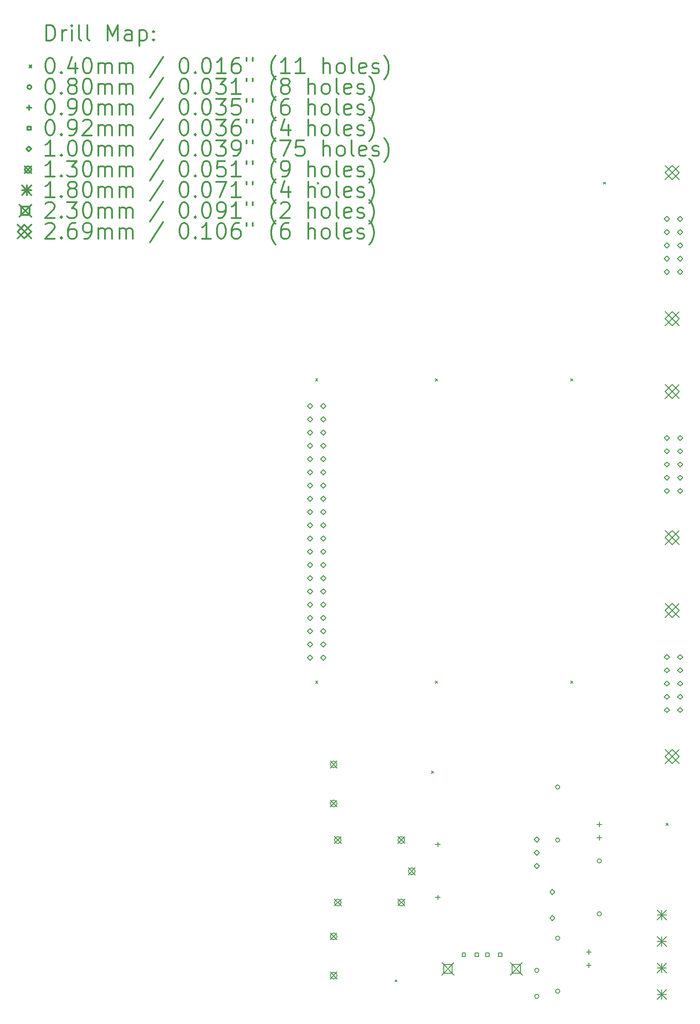
<source format=gbr>
%FSLAX45Y45*%
G04 Gerber Fmt 4.5, Leading zero omitted, Abs format (unit mm)*
G04 Created by KiCad (PCBNEW 5.1.9) date 2021-06-11 19:49:45*
%MOMM*%
%LPD*%
G01*
G04 APERTURE LIST*
%ADD10C,0.200000*%
%ADD11C,0.300000*%
G04 APERTURE END LIST*
D10*
X5455000Y-6955000D02*
X5495000Y-6995000D01*
X5495000Y-6955000D02*
X5455000Y-6995000D01*
X5455000Y-12755000D02*
X5495000Y-12795000D01*
X5495000Y-12755000D02*
X5455000Y-12795000D01*
X5480000Y-3180000D02*
X5520000Y-3220000D01*
X5520000Y-3180000D02*
X5480000Y-3220000D01*
X6980000Y-18480000D02*
X7020000Y-18520000D01*
X7020000Y-18480000D02*
X6980000Y-18520000D01*
X7680000Y-14480000D02*
X7720000Y-14520000D01*
X7720000Y-14480000D02*
X7680000Y-14520000D01*
X7755000Y-6955000D02*
X7795000Y-6995000D01*
X7795000Y-6955000D02*
X7755000Y-6995000D01*
X7755000Y-12755000D02*
X7795000Y-12795000D01*
X7795000Y-12755000D02*
X7755000Y-12795000D01*
X10355000Y-6955000D02*
X10395000Y-6995000D01*
X10395000Y-6955000D02*
X10355000Y-6995000D01*
X10355000Y-12755000D02*
X10395000Y-12795000D01*
X10395000Y-12755000D02*
X10355000Y-12795000D01*
X10980000Y-3180000D02*
X11020000Y-3220000D01*
X11020000Y-3180000D02*
X10980000Y-3220000D01*
X12180000Y-15480000D02*
X12220000Y-15520000D01*
X12220000Y-15480000D02*
X12180000Y-15520000D01*
X9740000Y-18300000D02*
G75*
G03*
X9740000Y-18300000I-40000J0D01*
G01*
X9740000Y-18800000D02*
G75*
G03*
X9740000Y-18800000I-40000J0D01*
G01*
X10140000Y-14784000D02*
G75*
G03*
X10140000Y-14784000I-40000J0D01*
G01*
X10140000Y-15800000D02*
G75*
G03*
X10140000Y-15800000I-40000J0D01*
G01*
X10140000Y-17684000D02*
G75*
G03*
X10140000Y-17684000I-40000J0D01*
G01*
X10140000Y-18700000D02*
G75*
G03*
X10140000Y-18700000I-40000J0D01*
G01*
X10940000Y-16200000D02*
G75*
G03*
X10940000Y-16200000I-40000J0D01*
G01*
X10940000Y-17216000D02*
G75*
G03*
X10940000Y-17216000I-40000J0D01*
G01*
X7800000Y-15839000D02*
X7800000Y-15929000D01*
X7755000Y-15884000D02*
X7845000Y-15884000D01*
X7800000Y-16855000D02*
X7800000Y-16945000D01*
X7755000Y-16900000D02*
X7845000Y-16900000D01*
X10700000Y-17901000D02*
X10700000Y-17991000D01*
X10655000Y-17946000D02*
X10745000Y-17946000D01*
X10700000Y-18155000D02*
X10700000Y-18245000D01*
X10655000Y-18200000D02*
X10745000Y-18200000D01*
X10900000Y-15455000D02*
X10900000Y-15545000D01*
X10855000Y-15500000D02*
X10945000Y-15500000D01*
X10900000Y-15709000D02*
X10900000Y-15799000D01*
X10855000Y-15754000D02*
X10945000Y-15754000D01*
X8332527Y-18032527D02*
X8332527Y-17967473D01*
X8267473Y-17967473D01*
X8267473Y-18032527D01*
X8332527Y-18032527D01*
X8582527Y-18032527D02*
X8582527Y-17967473D01*
X8517473Y-17967473D01*
X8517473Y-18032527D01*
X8582527Y-18032527D01*
X8782527Y-18032527D02*
X8782527Y-17967473D01*
X8717473Y-17967473D01*
X8717473Y-18032527D01*
X8782527Y-18032527D01*
X9032527Y-18032527D02*
X9032527Y-17967473D01*
X8967473Y-17967473D01*
X8967473Y-18032527D01*
X9032527Y-18032527D01*
X5346000Y-7524000D02*
X5396000Y-7474000D01*
X5346000Y-7424000D01*
X5296000Y-7474000D01*
X5346000Y-7524000D01*
X5346000Y-7778000D02*
X5396000Y-7728000D01*
X5346000Y-7678000D01*
X5296000Y-7728000D01*
X5346000Y-7778000D01*
X5346000Y-8032000D02*
X5396000Y-7982000D01*
X5346000Y-7932000D01*
X5296000Y-7982000D01*
X5346000Y-8032000D01*
X5346000Y-8286000D02*
X5396000Y-8236000D01*
X5346000Y-8186000D01*
X5296000Y-8236000D01*
X5346000Y-8286000D01*
X5346000Y-8540000D02*
X5396000Y-8490000D01*
X5346000Y-8440000D01*
X5296000Y-8490000D01*
X5346000Y-8540000D01*
X5346000Y-8794000D02*
X5396000Y-8744000D01*
X5346000Y-8694000D01*
X5296000Y-8744000D01*
X5346000Y-8794000D01*
X5346000Y-9048000D02*
X5396000Y-8998000D01*
X5346000Y-8948000D01*
X5296000Y-8998000D01*
X5346000Y-9048000D01*
X5346000Y-9302000D02*
X5396000Y-9252000D01*
X5346000Y-9202000D01*
X5296000Y-9252000D01*
X5346000Y-9302000D01*
X5346000Y-9556000D02*
X5396000Y-9506000D01*
X5346000Y-9456000D01*
X5296000Y-9506000D01*
X5346000Y-9556000D01*
X5346000Y-9810000D02*
X5396000Y-9760000D01*
X5346000Y-9710000D01*
X5296000Y-9760000D01*
X5346000Y-9810000D01*
X5346000Y-10064000D02*
X5396000Y-10014000D01*
X5346000Y-9964000D01*
X5296000Y-10014000D01*
X5346000Y-10064000D01*
X5346000Y-10318000D02*
X5396000Y-10268000D01*
X5346000Y-10218000D01*
X5296000Y-10268000D01*
X5346000Y-10318000D01*
X5346000Y-10572000D02*
X5396000Y-10522000D01*
X5346000Y-10472000D01*
X5296000Y-10522000D01*
X5346000Y-10572000D01*
X5346000Y-10826000D02*
X5396000Y-10776000D01*
X5346000Y-10726000D01*
X5296000Y-10776000D01*
X5346000Y-10826000D01*
X5346000Y-11080000D02*
X5396000Y-11030000D01*
X5346000Y-10980000D01*
X5296000Y-11030000D01*
X5346000Y-11080000D01*
X5346000Y-11334000D02*
X5396000Y-11284000D01*
X5346000Y-11234000D01*
X5296000Y-11284000D01*
X5346000Y-11334000D01*
X5346000Y-11588000D02*
X5396000Y-11538000D01*
X5346000Y-11488000D01*
X5296000Y-11538000D01*
X5346000Y-11588000D01*
X5346000Y-11842000D02*
X5396000Y-11792000D01*
X5346000Y-11742000D01*
X5296000Y-11792000D01*
X5346000Y-11842000D01*
X5346000Y-12096000D02*
X5396000Y-12046000D01*
X5346000Y-11996000D01*
X5296000Y-12046000D01*
X5346000Y-12096000D01*
X5346000Y-12350000D02*
X5396000Y-12300000D01*
X5346000Y-12250000D01*
X5296000Y-12300000D01*
X5346000Y-12350000D01*
X5600000Y-7524000D02*
X5650000Y-7474000D01*
X5600000Y-7424000D01*
X5550000Y-7474000D01*
X5600000Y-7524000D01*
X5600000Y-7778000D02*
X5650000Y-7728000D01*
X5600000Y-7678000D01*
X5550000Y-7728000D01*
X5600000Y-7778000D01*
X5600000Y-8032000D02*
X5650000Y-7982000D01*
X5600000Y-7932000D01*
X5550000Y-7982000D01*
X5600000Y-8032000D01*
X5600000Y-8286000D02*
X5650000Y-8236000D01*
X5600000Y-8186000D01*
X5550000Y-8236000D01*
X5600000Y-8286000D01*
X5600000Y-8540000D02*
X5650000Y-8490000D01*
X5600000Y-8440000D01*
X5550000Y-8490000D01*
X5600000Y-8540000D01*
X5600000Y-8794000D02*
X5650000Y-8744000D01*
X5600000Y-8694000D01*
X5550000Y-8744000D01*
X5600000Y-8794000D01*
X5600000Y-9048000D02*
X5650000Y-8998000D01*
X5600000Y-8948000D01*
X5550000Y-8998000D01*
X5600000Y-9048000D01*
X5600000Y-9302000D02*
X5650000Y-9252000D01*
X5600000Y-9202000D01*
X5550000Y-9252000D01*
X5600000Y-9302000D01*
X5600000Y-9556000D02*
X5650000Y-9506000D01*
X5600000Y-9456000D01*
X5550000Y-9506000D01*
X5600000Y-9556000D01*
X5600000Y-9810000D02*
X5650000Y-9760000D01*
X5600000Y-9710000D01*
X5550000Y-9760000D01*
X5600000Y-9810000D01*
X5600000Y-10064000D02*
X5650000Y-10014000D01*
X5600000Y-9964000D01*
X5550000Y-10014000D01*
X5600000Y-10064000D01*
X5600000Y-10318000D02*
X5650000Y-10268000D01*
X5600000Y-10218000D01*
X5550000Y-10268000D01*
X5600000Y-10318000D01*
X5600000Y-10572000D02*
X5650000Y-10522000D01*
X5600000Y-10472000D01*
X5550000Y-10522000D01*
X5600000Y-10572000D01*
X5600000Y-10826000D02*
X5650000Y-10776000D01*
X5600000Y-10726000D01*
X5550000Y-10776000D01*
X5600000Y-10826000D01*
X5600000Y-11080000D02*
X5650000Y-11030000D01*
X5600000Y-10980000D01*
X5550000Y-11030000D01*
X5600000Y-11080000D01*
X5600000Y-11334000D02*
X5650000Y-11284000D01*
X5600000Y-11234000D01*
X5550000Y-11284000D01*
X5600000Y-11334000D01*
X5600000Y-11588000D02*
X5650000Y-11538000D01*
X5600000Y-11488000D01*
X5550000Y-11538000D01*
X5600000Y-11588000D01*
X5600000Y-11842000D02*
X5650000Y-11792000D01*
X5600000Y-11742000D01*
X5550000Y-11792000D01*
X5600000Y-11842000D01*
X5600000Y-12096000D02*
X5650000Y-12046000D01*
X5600000Y-11996000D01*
X5550000Y-12046000D01*
X5600000Y-12096000D01*
X5600000Y-12350000D02*
X5650000Y-12300000D01*
X5600000Y-12250000D01*
X5550000Y-12300000D01*
X5600000Y-12350000D01*
X9700000Y-15842000D02*
X9750000Y-15792000D01*
X9700000Y-15742000D01*
X9650000Y-15792000D01*
X9700000Y-15842000D01*
X9700000Y-16096000D02*
X9750000Y-16046000D01*
X9700000Y-15996000D01*
X9650000Y-16046000D01*
X9700000Y-16096000D01*
X9700000Y-16350000D02*
X9750000Y-16300000D01*
X9700000Y-16250000D01*
X9650000Y-16300000D01*
X9700000Y-16350000D01*
X10000000Y-16850000D02*
X10050000Y-16800000D01*
X10000000Y-16750000D01*
X9950000Y-16800000D01*
X10000000Y-16850000D01*
X10000000Y-17350000D02*
X10050000Y-17300000D01*
X10000000Y-17250000D01*
X9950000Y-17300000D01*
X10000000Y-17350000D01*
X12198000Y-3940000D02*
X12248000Y-3890000D01*
X12198000Y-3840000D01*
X12148000Y-3890000D01*
X12198000Y-3940000D01*
X12198000Y-4194000D02*
X12248000Y-4144000D01*
X12198000Y-4094000D01*
X12148000Y-4144000D01*
X12198000Y-4194000D01*
X12198000Y-4448000D02*
X12248000Y-4398000D01*
X12198000Y-4348000D01*
X12148000Y-4398000D01*
X12198000Y-4448000D01*
X12198000Y-4702000D02*
X12248000Y-4652000D01*
X12198000Y-4602000D01*
X12148000Y-4652000D01*
X12198000Y-4702000D01*
X12198000Y-4956000D02*
X12248000Y-4906000D01*
X12198000Y-4856000D01*
X12148000Y-4906000D01*
X12198000Y-4956000D01*
X12198000Y-8140000D02*
X12248000Y-8090000D01*
X12198000Y-8040000D01*
X12148000Y-8090000D01*
X12198000Y-8140000D01*
X12198000Y-8394000D02*
X12248000Y-8344000D01*
X12198000Y-8294000D01*
X12148000Y-8344000D01*
X12198000Y-8394000D01*
X12198000Y-8648000D02*
X12248000Y-8598000D01*
X12198000Y-8548000D01*
X12148000Y-8598000D01*
X12198000Y-8648000D01*
X12198000Y-8902000D02*
X12248000Y-8852000D01*
X12198000Y-8802000D01*
X12148000Y-8852000D01*
X12198000Y-8902000D01*
X12198000Y-9156000D02*
X12248000Y-9106000D01*
X12198000Y-9056000D01*
X12148000Y-9106000D01*
X12198000Y-9156000D01*
X12200000Y-12340000D02*
X12250000Y-12290000D01*
X12200000Y-12240000D01*
X12150000Y-12290000D01*
X12200000Y-12340000D01*
X12200000Y-12594000D02*
X12250000Y-12544000D01*
X12200000Y-12494000D01*
X12150000Y-12544000D01*
X12200000Y-12594000D01*
X12200000Y-12848000D02*
X12250000Y-12798000D01*
X12200000Y-12748000D01*
X12150000Y-12798000D01*
X12200000Y-12848000D01*
X12200000Y-13102000D02*
X12250000Y-13052000D01*
X12200000Y-13002000D01*
X12150000Y-13052000D01*
X12200000Y-13102000D01*
X12200000Y-13356000D02*
X12250000Y-13306000D01*
X12200000Y-13256000D01*
X12150000Y-13306000D01*
X12200000Y-13356000D01*
X12452000Y-3940000D02*
X12502000Y-3890000D01*
X12452000Y-3840000D01*
X12402000Y-3890000D01*
X12452000Y-3940000D01*
X12452000Y-4194000D02*
X12502000Y-4144000D01*
X12452000Y-4094000D01*
X12402000Y-4144000D01*
X12452000Y-4194000D01*
X12452000Y-4448000D02*
X12502000Y-4398000D01*
X12452000Y-4348000D01*
X12402000Y-4398000D01*
X12452000Y-4448000D01*
X12452000Y-4702000D02*
X12502000Y-4652000D01*
X12452000Y-4602000D01*
X12402000Y-4652000D01*
X12452000Y-4702000D01*
X12452000Y-4956000D02*
X12502000Y-4906000D01*
X12452000Y-4856000D01*
X12402000Y-4906000D01*
X12452000Y-4956000D01*
X12452000Y-8140000D02*
X12502000Y-8090000D01*
X12452000Y-8040000D01*
X12402000Y-8090000D01*
X12452000Y-8140000D01*
X12452000Y-8394000D02*
X12502000Y-8344000D01*
X12452000Y-8294000D01*
X12402000Y-8344000D01*
X12452000Y-8394000D01*
X12452000Y-8648000D02*
X12502000Y-8598000D01*
X12452000Y-8548000D01*
X12402000Y-8598000D01*
X12452000Y-8648000D01*
X12452000Y-8902000D02*
X12502000Y-8852000D01*
X12452000Y-8802000D01*
X12402000Y-8852000D01*
X12452000Y-8902000D01*
X12452000Y-9156000D02*
X12502000Y-9106000D01*
X12452000Y-9056000D01*
X12402000Y-9106000D01*
X12452000Y-9156000D01*
X12454000Y-12340000D02*
X12504000Y-12290000D01*
X12454000Y-12240000D01*
X12404000Y-12290000D01*
X12454000Y-12340000D01*
X12454000Y-12594000D02*
X12504000Y-12544000D01*
X12454000Y-12494000D01*
X12404000Y-12544000D01*
X12454000Y-12594000D01*
X12454000Y-12848000D02*
X12504000Y-12798000D01*
X12454000Y-12748000D01*
X12404000Y-12798000D01*
X12454000Y-12848000D01*
X12454000Y-13102000D02*
X12504000Y-13052000D01*
X12454000Y-13002000D01*
X12404000Y-13052000D01*
X12454000Y-13102000D01*
X12454000Y-13356000D02*
X12504000Y-13306000D01*
X12454000Y-13256000D01*
X12404000Y-13306000D01*
X12454000Y-13356000D01*
X5735000Y-14285000D02*
X5865000Y-14415000D01*
X5865000Y-14285000D02*
X5735000Y-14415000D01*
X5865000Y-14350000D02*
G75*
G03*
X5865000Y-14350000I-65000J0D01*
G01*
X5735000Y-15035000D02*
X5865000Y-15165000D01*
X5865000Y-15035000D02*
X5735000Y-15165000D01*
X5865000Y-15100000D02*
G75*
G03*
X5865000Y-15100000I-65000J0D01*
G01*
X5735000Y-17585000D02*
X5865000Y-17715000D01*
X5865000Y-17585000D02*
X5735000Y-17715000D01*
X5865000Y-17650000D02*
G75*
G03*
X5865000Y-17650000I-65000J0D01*
G01*
X5735000Y-18335000D02*
X5865000Y-18465000D01*
X5865000Y-18335000D02*
X5735000Y-18465000D01*
X5865000Y-18400000D02*
G75*
G03*
X5865000Y-18400000I-65000J0D01*
G01*
X5815000Y-15735000D02*
X5945000Y-15865000D01*
X5945000Y-15735000D02*
X5815000Y-15865000D01*
X5945000Y-15800000D02*
G75*
G03*
X5945000Y-15800000I-65000J0D01*
G01*
X5815000Y-16935000D02*
X5945000Y-17065000D01*
X5945000Y-16935000D02*
X5815000Y-17065000D01*
X5945000Y-17000000D02*
G75*
G03*
X5945000Y-17000000I-65000J0D01*
G01*
X7035000Y-15735000D02*
X7165000Y-15865000D01*
X7165000Y-15735000D02*
X7035000Y-15865000D01*
X7165000Y-15800000D02*
G75*
G03*
X7165000Y-15800000I-65000J0D01*
G01*
X7035000Y-16935000D02*
X7165000Y-17065000D01*
X7165000Y-16935000D02*
X7035000Y-17065000D01*
X7165000Y-17000000D02*
G75*
G03*
X7165000Y-17000000I-65000J0D01*
G01*
X7235000Y-16335000D02*
X7365000Y-16465000D01*
X7365000Y-16335000D02*
X7235000Y-16465000D01*
X7365000Y-16400000D02*
G75*
G03*
X7365000Y-16400000I-65000J0D01*
G01*
X12010000Y-17148000D02*
X12190000Y-17328000D01*
X12190000Y-17148000D02*
X12010000Y-17328000D01*
X12100000Y-17148000D02*
X12100000Y-17328000D01*
X12010000Y-17238000D02*
X12190000Y-17238000D01*
X12010000Y-17656000D02*
X12190000Y-17836000D01*
X12190000Y-17656000D02*
X12010000Y-17836000D01*
X12100000Y-17656000D02*
X12100000Y-17836000D01*
X12010000Y-17746000D02*
X12190000Y-17746000D01*
X12010000Y-18164000D02*
X12190000Y-18344000D01*
X12190000Y-18164000D02*
X12010000Y-18344000D01*
X12100000Y-18164000D02*
X12100000Y-18344000D01*
X12010000Y-18254000D02*
X12190000Y-18254000D01*
X12010000Y-18672000D02*
X12190000Y-18852000D01*
X12190000Y-18672000D02*
X12010000Y-18852000D01*
X12100000Y-18672000D02*
X12100000Y-18852000D01*
X12010000Y-18762000D02*
X12190000Y-18762000D01*
X7878000Y-18156000D02*
X8108000Y-18386000D01*
X8108000Y-18156000D02*
X7878000Y-18386000D01*
X8074318Y-18352318D02*
X8074318Y-18189682D01*
X7911682Y-18189682D01*
X7911682Y-18352318D01*
X8074318Y-18352318D01*
X9192000Y-18156000D02*
X9422000Y-18386000D01*
X9422000Y-18156000D02*
X9192000Y-18386000D01*
X9388318Y-18352318D02*
X9388318Y-18189682D01*
X9225682Y-18189682D01*
X9225682Y-18352318D01*
X9388318Y-18352318D01*
X12165500Y-2861500D02*
X12434500Y-3130500D01*
X12434500Y-2861500D02*
X12165500Y-3130500D01*
X12300000Y-3130500D02*
X12434500Y-2996000D01*
X12300000Y-2861500D01*
X12165500Y-2996000D01*
X12300000Y-3130500D01*
X12165500Y-5665500D02*
X12434500Y-5934500D01*
X12434500Y-5665500D02*
X12165500Y-5934500D01*
X12300000Y-5934500D02*
X12434500Y-5800000D01*
X12300000Y-5665500D01*
X12165500Y-5800000D01*
X12300000Y-5934500D01*
X12165500Y-7061500D02*
X12434500Y-7330500D01*
X12434500Y-7061500D02*
X12165500Y-7330500D01*
X12300000Y-7330500D02*
X12434500Y-7196000D01*
X12300000Y-7061500D01*
X12165500Y-7196000D01*
X12300000Y-7330500D01*
X12165500Y-9865500D02*
X12434500Y-10134500D01*
X12434500Y-9865500D02*
X12165500Y-10134500D01*
X12300000Y-10134500D02*
X12434500Y-10000000D01*
X12300000Y-9865500D01*
X12165500Y-10000000D01*
X12300000Y-10134500D01*
X12167500Y-11261500D02*
X12436500Y-11530500D01*
X12436500Y-11261500D02*
X12167500Y-11530500D01*
X12302000Y-11530500D02*
X12436500Y-11396000D01*
X12302000Y-11261500D01*
X12167500Y-11396000D01*
X12302000Y-11530500D01*
X12167500Y-14065500D02*
X12436500Y-14334500D01*
X12436500Y-14065500D02*
X12167500Y-14334500D01*
X12302000Y-14334500D02*
X12436500Y-14200000D01*
X12302000Y-14065500D01*
X12167500Y-14200000D01*
X12302000Y-14334500D01*
D11*
X286429Y-465714D02*
X286429Y-165714D01*
X357857Y-165714D01*
X400714Y-180000D01*
X429286Y-208571D01*
X443571Y-237143D01*
X457857Y-294286D01*
X457857Y-337143D01*
X443571Y-394286D01*
X429286Y-422857D01*
X400714Y-451428D01*
X357857Y-465714D01*
X286429Y-465714D01*
X586429Y-465714D02*
X586429Y-265714D01*
X586429Y-322857D02*
X600714Y-294286D01*
X615000Y-280000D01*
X643571Y-265714D01*
X672143Y-265714D01*
X772143Y-465714D02*
X772143Y-265714D01*
X772143Y-165714D02*
X757857Y-180000D01*
X772143Y-194286D01*
X786428Y-180000D01*
X772143Y-165714D01*
X772143Y-194286D01*
X957857Y-465714D02*
X929286Y-451428D01*
X915000Y-422857D01*
X915000Y-165714D01*
X1115000Y-465714D02*
X1086429Y-451428D01*
X1072143Y-422857D01*
X1072143Y-165714D01*
X1457857Y-465714D02*
X1457857Y-165714D01*
X1557857Y-380000D01*
X1657857Y-165714D01*
X1657857Y-465714D01*
X1929286Y-465714D02*
X1929286Y-308571D01*
X1915000Y-280000D01*
X1886428Y-265714D01*
X1829286Y-265714D01*
X1800714Y-280000D01*
X1929286Y-451428D02*
X1900714Y-465714D01*
X1829286Y-465714D01*
X1800714Y-451428D01*
X1786428Y-422857D01*
X1786428Y-394286D01*
X1800714Y-365714D01*
X1829286Y-351428D01*
X1900714Y-351428D01*
X1929286Y-337143D01*
X2072143Y-265714D02*
X2072143Y-565714D01*
X2072143Y-280000D02*
X2100714Y-265714D01*
X2157857Y-265714D01*
X2186429Y-280000D01*
X2200714Y-294286D01*
X2215000Y-322857D01*
X2215000Y-408571D01*
X2200714Y-437143D01*
X2186429Y-451428D01*
X2157857Y-465714D01*
X2100714Y-465714D01*
X2072143Y-451428D01*
X2343571Y-437143D02*
X2357857Y-451428D01*
X2343571Y-465714D01*
X2329286Y-451428D01*
X2343571Y-437143D01*
X2343571Y-465714D01*
X2343571Y-280000D02*
X2357857Y-294286D01*
X2343571Y-308571D01*
X2329286Y-294286D01*
X2343571Y-280000D01*
X2343571Y-308571D01*
X-40000Y-940000D02*
X0Y-980000D01*
X0Y-940000D02*
X-40000Y-980000D01*
X343571Y-795714D02*
X372143Y-795714D01*
X400714Y-810000D01*
X415000Y-824286D01*
X429286Y-852857D01*
X443571Y-910000D01*
X443571Y-981428D01*
X429286Y-1038571D01*
X415000Y-1067143D01*
X400714Y-1081429D01*
X372143Y-1095714D01*
X343571Y-1095714D01*
X315000Y-1081429D01*
X300714Y-1067143D01*
X286429Y-1038571D01*
X272143Y-981428D01*
X272143Y-910000D01*
X286429Y-852857D01*
X300714Y-824286D01*
X315000Y-810000D01*
X343571Y-795714D01*
X572143Y-1067143D02*
X586429Y-1081429D01*
X572143Y-1095714D01*
X557857Y-1081429D01*
X572143Y-1067143D01*
X572143Y-1095714D01*
X843571Y-895714D02*
X843571Y-1095714D01*
X772143Y-781428D02*
X700714Y-995714D01*
X886428Y-995714D01*
X1057857Y-795714D02*
X1086429Y-795714D01*
X1115000Y-810000D01*
X1129286Y-824286D01*
X1143571Y-852857D01*
X1157857Y-910000D01*
X1157857Y-981428D01*
X1143571Y-1038571D01*
X1129286Y-1067143D01*
X1115000Y-1081429D01*
X1086429Y-1095714D01*
X1057857Y-1095714D01*
X1029286Y-1081429D01*
X1015000Y-1067143D01*
X1000714Y-1038571D01*
X986428Y-981428D01*
X986428Y-910000D01*
X1000714Y-852857D01*
X1015000Y-824286D01*
X1029286Y-810000D01*
X1057857Y-795714D01*
X1286429Y-1095714D02*
X1286429Y-895714D01*
X1286429Y-924286D02*
X1300714Y-910000D01*
X1329286Y-895714D01*
X1372143Y-895714D01*
X1400714Y-910000D01*
X1415000Y-938571D01*
X1415000Y-1095714D01*
X1415000Y-938571D02*
X1429286Y-910000D01*
X1457857Y-895714D01*
X1500714Y-895714D01*
X1529286Y-910000D01*
X1543571Y-938571D01*
X1543571Y-1095714D01*
X1686428Y-1095714D02*
X1686428Y-895714D01*
X1686428Y-924286D02*
X1700714Y-910000D01*
X1729286Y-895714D01*
X1772143Y-895714D01*
X1800714Y-910000D01*
X1815000Y-938571D01*
X1815000Y-1095714D01*
X1815000Y-938571D02*
X1829286Y-910000D01*
X1857857Y-895714D01*
X1900714Y-895714D01*
X1929286Y-910000D01*
X1943571Y-938571D01*
X1943571Y-1095714D01*
X2529286Y-781428D02*
X2272143Y-1167143D01*
X2915000Y-795714D02*
X2943571Y-795714D01*
X2972143Y-810000D01*
X2986428Y-824286D01*
X3000714Y-852857D01*
X3015000Y-910000D01*
X3015000Y-981428D01*
X3000714Y-1038571D01*
X2986428Y-1067143D01*
X2972143Y-1081429D01*
X2943571Y-1095714D01*
X2915000Y-1095714D01*
X2886428Y-1081429D01*
X2872143Y-1067143D01*
X2857857Y-1038571D01*
X2843571Y-981428D01*
X2843571Y-910000D01*
X2857857Y-852857D01*
X2872143Y-824286D01*
X2886428Y-810000D01*
X2915000Y-795714D01*
X3143571Y-1067143D02*
X3157857Y-1081429D01*
X3143571Y-1095714D01*
X3129286Y-1081429D01*
X3143571Y-1067143D01*
X3143571Y-1095714D01*
X3343571Y-795714D02*
X3372143Y-795714D01*
X3400714Y-810000D01*
X3415000Y-824286D01*
X3429286Y-852857D01*
X3443571Y-910000D01*
X3443571Y-981428D01*
X3429286Y-1038571D01*
X3415000Y-1067143D01*
X3400714Y-1081429D01*
X3372143Y-1095714D01*
X3343571Y-1095714D01*
X3315000Y-1081429D01*
X3300714Y-1067143D01*
X3286428Y-1038571D01*
X3272143Y-981428D01*
X3272143Y-910000D01*
X3286428Y-852857D01*
X3300714Y-824286D01*
X3315000Y-810000D01*
X3343571Y-795714D01*
X3729286Y-1095714D02*
X3557857Y-1095714D01*
X3643571Y-1095714D02*
X3643571Y-795714D01*
X3615000Y-838571D01*
X3586428Y-867143D01*
X3557857Y-881428D01*
X3986428Y-795714D02*
X3929286Y-795714D01*
X3900714Y-810000D01*
X3886428Y-824286D01*
X3857857Y-867143D01*
X3843571Y-924286D01*
X3843571Y-1038571D01*
X3857857Y-1067143D01*
X3872143Y-1081429D01*
X3900714Y-1095714D01*
X3957857Y-1095714D01*
X3986428Y-1081429D01*
X4000714Y-1067143D01*
X4015000Y-1038571D01*
X4015000Y-967143D01*
X4000714Y-938571D01*
X3986428Y-924286D01*
X3957857Y-910000D01*
X3900714Y-910000D01*
X3872143Y-924286D01*
X3857857Y-938571D01*
X3843571Y-967143D01*
X4129286Y-795714D02*
X4129286Y-852857D01*
X4243571Y-795714D02*
X4243571Y-852857D01*
X4686429Y-1210000D02*
X4672143Y-1195714D01*
X4643571Y-1152857D01*
X4629286Y-1124286D01*
X4615000Y-1081429D01*
X4600714Y-1010000D01*
X4600714Y-952857D01*
X4615000Y-881428D01*
X4629286Y-838571D01*
X4643571Y-810000D01*
X4672143Y-767143D01*
X4686429Y-752857D01*
X4957857Y-1095714D02*
X4786429Y-1095714D01*
X4872143Y-1095714D02*
X4872143Y-795714D01*
X4843571Y-838571D01*
X4815000Y-867143D01*
X4786429Y-881428D01*
X5243571Y-1095714D02*
X5072143Y-1095714D01*
X5157857Y-1095714D02*
X5157857Y-795714D01*
X5129286Y-838571D01*
X5100714Y-867143D01*
X5072143Y-881428D01*
X5600714Y-1095714D02*
X5600714Y-795714D01*
X5729286Y-1095714D02*
X5729286Y-938571D01*
X5715000Y-910000D01*
X5686428Y-895714D01*
X5643571Y-895714D01*
X5615000Y-910000D01*
X5600714Y-924286D01*
X5915000Y-1095714D02*
X5886428Y-1081429D01*
X5872143Y-1067143D01*
X5857857Y-1038571D01*
X5857857Y-952857D01*
X5872143Y-924286D01*
X5886428Y-910000D01*
X5915000Y-895714D01*
X5957857Y-895714D01*
X5986428Y-910000D01*
X6000714Y-924286D01*
X6015000Y-952857D01*
X6015000Y-1038571D01*
X6000714Y-1067143D01*
X5986428Y-1081429D01*
X5957857Y-1095714D01*
X5915000Y-1095714D01*
X6186428Y-1095714D02*
X6157857Y-1081429D01*
X6143571Y-1052857D01*
X6143571Y-795714D01*
X6415000Y-1081429D02*
X6386428Y-1095714D01*
X6329286Y-1095714D01*
X6300714Y-1081429D01*
X6286428Y-1052857D01*
X6286428Y-938571D01*
X6300714Y-910000D01*
X6329286Y-895714D01*
X6386428Y-895714D01*
X6415000Y-910000D01*
X6429286Y-938571D01*
X6429286Y-967143D01*
X6286428Y-995714D01*
X6543571Y-1081429D02*
X6572143Y-1095714D01*
X6629286Y-1095714D01*
X6657857Y-1081429D01*
X6672143Y-1052857D01*
X6672143Y-1038571D01*
X6657857Y-1010000D01*
X6629286Y-995714D01*
X6586428Y-995714D01*
X6557857Y-981428D01*
X6543571Y-952857D01*
X6543571Y-938571D01*
X6557857Y-910000D01*
X6586428Y-895714D01*
X6629286Y-895714D01*
X6657857Y-910000D01*
X6772143Y-1210000D02*
X6786428Y-1195714D01*
X6815000Y-1152857D01*
X6829286Y-1124286D01*
X6843571Y-1081429D01*
X6857857Y-1010000D01*
X6857857Y-952857D01*
X6843571Y-881428D01*
X6829286Y-838571D01*
X6815000Y-810000D01*
X6786428Y-767143D01*
X6772143Y-752857D01*
X0Y-1356000D02*
G75*
G03*
X0Y-1356000I-40000J0D01*
G01*
X343571Y-1191714D02*
X372143Y-1191714D01*
X400714Y-1206000D01*
X415000Y-1220286D01*
X429286Y-1248857D01*
X443571Y-1306000D01*
X443571Y-1377429D01*
X429286Y-1434571D01*
X415000Y-1463143D01*
X400714Y-1477428D01*
X372143Y-1491714D01*
X343571Y-1491714D01*
X315000Y-1477428D01*
X300714Y-1463143D01*
X286429Y-1434571D01*
X272143Y-1377429D01*
X272143Y-1306000D01*
X286429Y-1248857D01*
X300714Y-1220286D01*
X315000Y-1206000D01*
X343571Y-1191714D01*
X572143Y-1463143D02*
X586429Y-1477428D01*
X572143Y-1491714D01*
X557857Y-1477428D01*
X572143Y-1463143D01*
X572143Y-1491714D01*
X757857Y-1320286D02*
X729286Y-1306000D01*
X715000Y-1291714D01*
X700714Y-1263143D01*
X700714Y-1248857D01*
X715000Y-1220286D01*
X729286Y-1206000D01*
X757857Y-1191714D01*
X815000Y-1191714D01*
X843571Y-1206000D01*
X857857Y-1220286D01*
X872143Y-1248857D01*
X872143Y-1263143D01*
X857857Y-1291714D01*
X843571Y-1306000D01*
X815000Y-1320286D01*
X757857Y-1320286D01*
X729286Y-1334571D01*
X715000Y-1348857D01*
X700714Y-1377429D01*
X700714Y-1434571D01*
X715000Y-1463143D01*
X729286Y-1477428D01*
X757857Y-1491714D01*
X815000Y-1491714D01*
X843571Y-1477428D01*
X857857Y-1463143D01*
X872143Y-1434571D01*
X872143Y-1377429D01*
X857857Y-1348857D01*
X843571Y-1334571D01*
X815000Y-1320286D01*
X1057857Y-1191714D02*
X1086429Y-1191714D01*
X1115000Y-1206000D01*
X1129286Y-1220286D01*
X1143571Y-1248857D01*
X1157857Y-1306000D01*
X1157857Y-1377429D01*
X1143571Y-1434571D01*
X1129286Y-1463143D01*
X1115000Y-1477428D01*
X1086429Y-1491714D01*
X1057857Y-1491714D01*
X1029286Y-1477428D01*
X1015000Y-1463143D01*
X1000714Y-1434571D01*
X986428Y-1377429D01*
X986428Y-1306000D01*
X1000714Y-1248857D01*
X1015000Y-1220286D01*
X1029286Y-1206000D01*
X1057857Y-1191714D01*
X1286429Y-1491714D02*
X1286429Y-1291714D01*
X1286429Y-1320286D02*
X1300714Y-1306000D01*
X1329286Y-1291714D01*
X1372143Y-1291714D01*
X1400714Y-1306000D01*
X1415000Y-1334571D01*
X1415000Y-1491714D01*
X1415000Y-1334571D02*
X1429286Y-1306000D01*
X1457857Y-1291714D01*
X1500714Y-1291714D01*
X1529286Y-1306000D01*
X1543571Y-1334571D01*
X1543571Y-1491714D01*
X1686428Y-1491714D02*
X1686428Y-1291714D01*
X1686428Y-1320286D02*
X1700714Y-1306000D01*
X1729286Y-1291714D01*
X1772143Y-1291714D01*
X1800714Y-1306000D01*
X1815000Y-1334571D01*
X1815000Y-1491714D01*
X1815000Y-1334571D02*
X1829286Y-1306000D01*
X1857857Y-1291714D01*
X1900714Y-1291714D01*
X1929286Y-1306000D01*
X1943571Y-1334571D01*
X1943571Y-1491714D01*
X2529286Y-1177429D02*
X2272143Y-1563143D01*
X2915000Y-1191714D02*
X2943571Y-1191714D01*
X2972143Y-1206000D01*
X2986428Y-1220286D01*
X3000714Y-1248857D01*
X3015000Y-1306000D01*
X3015000Y-1377429D01*
X3000714Y-1434571D01*
X2986428Y-1463143D01*
X2972143Y-1477428D01*
X2943571Y-1491714D01*
X2915000Y-1491714D01*
X2886428Y-1477428D01*
X2872143Y-1463143D01*
X2857857Y-1434571D01*
X2843571Y-1377429D01*
X2843571Y-1306000D01*
X2857857Y-1248857D01*
X2872143Y-1220286D01*
X2886428Y-1206000D01*
X2915000Y-1191714D01*
X3143571Y-1463143D02*
X3157857Y-1477428D01*
X3143571Y-1491714D01*
X3129286Y-1477428D01*
X3143571Y-1463143D01*
X3143571Y-1491714D01*
X3343571Y-1191714D02*
X3372143Y-1191714D01*
X3400714Y-1206000D01*
X3415000Y-1220286D01*
X3429286Y-1248857D01*
X3443571Y-1306000D01*
X3443571Y-1377429D01*
X3429286Y-1434571D01*
X3415000Y-1463143D01*
X3400714Y-1477428D01*
X3372143Y-1491714D01*
X3343571Y-1491714D01*
X3315000Y-1477428D01*
X3300714Y-1463143D01*
X3286428Y-1434571D01*
X3272143Y-1377429D01*
X3272143Y-1306000D01*
X3286428Y-1248857D01*
X3300714Y-1220286D01*
X3315000Y-1206000D01*
X3343571Y-1191714D01*
X3543571Y-1191714D02*
X3729286Y-1191714D01*
X3629286Y-1306000D01*
X3672143Y-1306000D01*
X3700714Y-1320286D01*
X3715000Y-1334571D01*
X3729286Y-1363143D01*
X3729286Y-1434571D01*
X3715000Y-1463143D01*
X3700714Y-1477428D01*
X3672143Y-1491714D01*
X3586428Y-1491714D01*
X3557857Y-1477428D01*
X3543571Y-1463143D01*
X4015000Y-1491714D02*
X3843571Y-1491714D01*
X3929286Y-1491714D02*
X3929286Y-1191714D01*
X3900714Y-1234571D01*
X3872143Y-1263143D01*
X3843571Y-1277429D01*
X4129286Y-1191714D02*
X4129286Y-1248857D01*
X4243571Y-1191714D02*
X4243571Y-1248857D01*
X4686429Y-1606000D02*
X4672143Y-1591714D01*
X4643571Y-1548857D01*
X4629286Y-1520286D01*
X4615000Y-1477428D01*
X4600714Y-1406000D01*
X4600714Y-1348857D01*
X4615000Y-1277429D01*
X4629286Y-1234571D01*
X4643571Y-1206000D01*
X4672143Y-1163143D01*
X4686429Y-1148857D01*
X4843571Y-1320286D02*
X4815000Y-1306000D01*
X4800714Y-1291714D01*
X4786429Y-1263143D01*
X4786429Y-1248857D01*
X4800714Y-1220286D01*
X4815000Y-1206000D01*
X4843571Y-1191714D01*
X4900714Y-1191714D01*
X4929286Y-1206000D01*
X4943571Y-1220286D01*
X4957857Y-1248857D01*
X4957857Y-1263143D01*
X4943571Y-1291714D01*
X4929286Y-1306000D01*
X4900714Y-1320286D01*
X4843571Y-1320286D01*
X4815000Y-1334571D01*
X4800714Y-1348857D01*
X4786429Y-1377429D01*
X4786429Y-1434571D01*
X4800714Y-1463143D01*
X4815000Y-1477428D01*
X4843571Y-1491714D01*
X4900714Y-1491714D01*
X4929286Y-1477428D01*
X4943571Y-1463143D01*
X4957857Y-1434571D01*
X4957857Y-1377429D01*
X4943571Y-1348857D01*
X4929286Y-1334571D01*
X4900714Y-1320286D01*
X5315000Y-1491714D02*
X5315000Y-1191714D01*
X5443571Y-1491714D02*
X5443571Y-1334571D01*
X5429286Y-1306000D01*
X5400714Y-1291714D01*
X5357857Y-1291714D01*
X5329286Y-1306000D01*
X5315000Y-1320286D01*
X5629286Y-1491714D02*
X5600714Y-1477428D01*
X5586429Y-1463143D01*
X5572143Y-1434571D01*
X5572143Y-1348857D01*
X5586429Y-1320286D01*
X5600714Y-1306000D01*
X5629286Y-1291714D01*
X5672143Y-1291714D01*
X5700714Y-1306000D01*
X5715000Y-1320286D01*
X5729286Y-1348857D01*
X5729286Y-1434571D01*
X5715000Y-1463143D01*
X5700714Y-1477428D01*
X5672143Y-1491714D01*
X5629286Y-1491714D01*
X5900714Y-1491714D02*
X5872143Y-1477428D01*
X5857857Y-1448857D01*
X5857857Y-1191714D01*
X6129286Y-1477428D02*
X6100714Y-1491714D01*
X6043571Y-1491714D01*
X6015000Y-1477428D01*
X6000714Y-1448857D01*
X6000714Y-1334571D01*
X6015000Y-1306000D01*
X6043571Y-1291714D01*
X6100714Y-1291714D01*
X6129286Y-1306000D01*
X6143571Y-1334571D01*
X6143571Y-1363143D01*
X6000714Y-1391714D01*
X6257857Y-1477428D02*
X6286428Y-1491714D01*
X6343571Y-1491714D01*
X6372143Y-1477428D01*
X6386428Y-1448857D01*
X6386428Y-1434571D01*
X6372143Y-1406000D01*
X6343571Y-1391714D01*
X6300714Y-1391714D01*
X6272143Y-1377429D01*
X6257857Y-1348857D01*
X6257857Y-1334571D01*
X6272143Y-1306000D01*
X6300714Y-1291714D01*
X6343571Y-1291714D01*
X6372143Y-1306000D01*
X6486428Y-1606000D02*
X6500714Y-1591714D01*
X6529286Y-1548857D01*
X6543571Y-1520286D01*
X6557857Y-1477428D01*
X6572143Y-1406000D01*
X6572143Y-1348857D01*
X6557857Y-1277429D01*
X6543571Y-1234571D01*
X6529286Y-1206000D01*
X6500714Y-1163143D01*
X6486428Y-1148857D01*
X-45000Y-1707000D02*
X-45000Y-1797000D01*
X-90000Y-1752000D02*
X0Y-1752000D01*
X343571Y-1587714D02*
X372143Y-1587714D01*
X400714Y-1602000D01*
X415000Y-1616286D01*
X429286Y-1644857D01*
X443571Y-1702000D01*
X443571Y-1773428D01*
X429286Y-1830571D01*
X415000Y-1859143D01*
X400714Y-1873428D01*
X372143Y-1887714D01*
X343571Y-1887714D01*
X315000Y-1873428D01*
X300714Y-1859143D01*
X286429Y-1830571D01*
X272143Y-1773428D01*
X272143Y-1702000D01*
X286429Y-1644857D01*
X300714Y-1616286D01*
X315000Y-1602000D01*
X343571Y-1587714D01*
X572143Y-1859143D02*
X586429Y-1873428D01*
X572143Y-1887714D01*
X557857Y-1873428D01*
X572143Y-1859143D01*
X572143Y-1887714D01*
X729286Y-1887714D02*
X786428Y-1887714D01*
X815000Y-1873428D01*
X829286Y-1859143D01*
X857857Y-1816286D01*
X872143Y-1759143D01*
X872143Y-1644857D01*
X857857Y-1616286D01*
X843571Y-1602000D01*
X815000Y-1587714D01*
X757857Y-1587714D01*
X729286Y-1602000D01*
X715000Y-1616286D01*
X700714Y-1644857D01*
X700714Y-1716286D01*
X715000Y-1744857D01*
X729286Y-1759143D01*
X757857Y-1773428D01*
X815000Y-1773428D01*
X843571Y-1759143D01*
X857857Y-1744857D01*
X872143Y-1716286D01*
X1057857Y-1587714D02*
X1086429Y-1587714D01*
X1115000Y-1602000D01*
X1129286Y-1616286D01*
X1143571Y-1644857D01*
X1157857Y-1702000D01*
X1157857Y-1773428D01*
X1143571Y-1830571D01*
X1129286Y-1859143D01*
X1115000Y-1873428D01*
X1086429Y-1887714D01*
X1057857Y-1887714D01*
X1029286Y-1873428D01*
X1015000Y-1859143D01*
X1000714Y-1830571D01*
X986428Y-1773428D01*
X986428Y-1702000D01*
X1000714Y-1644857D01*
X1015000Y-1616286D01*
X1029286Y-1602000D01*
X1057857Y-1587714D01*
X1286429Y-1887714D02*
X1286429Y-1687714D01*
X1286429Y-1716286D02*
X1300714Y-1702000D01*
X1329286Y-1687714D01*
X1372143Y-1687714D01*
X1400714Y-1702000D01*
X1415000Y-1730571D01*
X1415000Y-1887714D01*
X1415000Y-1730571D02*
X1429286Y-1702000D01*
X1457857Y-1687714D01*
X1500714Y-1687714D01*
X1529286Y-1702000D01*
X1543571Y-1730571D01*
X1543571Y-1887714D01*
X1686428Y-1887714D02*
X1686428Y-1687714D01*
X1686428Y-1716286D02*
X1700714Y-1702000D01*
X1729286Y-1687714D01*
X1772143Y-1687714D01*
X1800714Y-1702000D01*
X1815000Y-1730571D01*
X1815000Y-1887714D01*
X1815000Y-1730571D02*
X1829286Y-1702000D01*
X1857857Y-1687714D01*
X1900714Y-1687714D01*
X1929286Y-1702000D01*
X1943571Y-1730571D01*
X1943571Y-1887714D01*
X2529286Y-1573428D02*
X2272143Y-1959143D01*
X2915000Y-1587714D02*
X2943571Y-1587714D01*
X2972143Y-1602000D01*
X2986428Y-1616286D01*
X3000714Y-1644857D01*
X3015000Y-1702000D01*
X3015000Y-1773428D01*
X3000714Y-1830571D01*
X2986428Y-1859143D01*
X2972143Y-1873428D01*
X2943571Y-1887714D01*
X2915000Y-1887714D01*
X2886428Y-1873428D01*
X2872143Y-1859143D01*
X2857857Y-1830571D01*
X2843571Y-1773428D01*
X2843571Y-1702000D01*
X2857857Y-1644857D01*
X2872143Y-1616286D01*
X2886428Y-1602000D01*
X2915000Y-1587714D01*
X3143571Y-1859143D02*
X3157857Y-1873428D01*
X3143571Y-1887714D01*
X3129286Y-1873428D01*
X3143571Y-1859143D01*
X3143571Y-1887714D01*
X3343571Y-1587714D02*
X3372143Y-1587714D01*
X3400714Y-1602000D01*
X3415000Y-1616286D01*
X3429286Y-1644857D01*
X3443571Y-1702000D01*
X3443571Y-1773428D01*
X3429286Y-1830571D01*
X3415000Y-1859143D01*
X3400714Y-1873428D01*
X3372143Y-1887714D01*
X3343571Y-1887714D01*
X3315000Y-1873428D01*
X3300714Y-1859143D01*
X3286428Y-1830571D01*
X3272143Y-1773428D01*
X3272143Y-1702000D01*
X3286428Y-1644857D01*
X3300714Y-1616286D01*
X3315000Y-1602000D01*
X3343571Y-1587714D01*
X3543571Y-1587714D02*
X3729286Y-1587714D01*
X3629286Y-1702000D01*
X3672143Y-1702000D01*
X3700714Y-1716286D01*
X3715000Y-1730571D01*
X3729286Y-1759143D01*
X3729286Y-1830571D01*
X3715000Y-1859143D01*
X3700714Y-1873428D01*
X3672143Y-1887714D01*
X3586428Y-1887714D01*
X3557857Y-1873428D01*
X3543571Y-1859143D01*
X4000714Y-1587714D02*
X3857857Y-1587714D01*
X3843571Y-1730571D01*
X3857857Y-1716286D01*
X3886428Y-1702000D01*
X3957857Y-1702000D01*
X3986428Y-1716286D01*
X4000714Y-1730571D01*
X4015000Y-1759143D01*
X4015000Y-1830571D01*
X4000714Y-1859143D01*
X3986428Y-1873428D01*
X3957857Y-1887714D01*
X3886428Y-1887714D01*
X3857857Y-1873428D01*
X3843571Y-1859143D01*
X4129286Y-1587714D02*
X4129286Y-1644857D01*
X4243571Y-1587714D02*
X4243571Y-1644857D01*
X4686429Y-2002000D02*
X4672143Y-1987714D01*
X4643571Y-1944857D01*
X4629286Y-1916286D01*
X4615000Y-1873428D01*
X4600714Y-1802000D01*
X4600714Y-1744857D01*
X4615000Y-1673428D01*
X4629286Y-1630571D01*
X4643571Y-1602000D01*
X4672143Y-1559143D01*
X4686429Y-1544857D01*
X4929286Y-1587714D02*
X4872143Y-1587714D01*
X4843571Y-1602000D01*
X4829286Y-1616286D01*
X4800714Y-1659143D01*
X4786429Y-1716286D01*
X4786429Y-1830571D01*
X4800714Y-1859143D01*
X4815000Y-1873428D01*
X4843571Y-1887714D01*
X4900714Y-1887714D01*
X4929286Y-1873428D01*
X4943571Y-1859143D01*
X4957857Y-1830571D01*
X4957857Y-1759143D01*
X4943571Y-1730571D01*
X4929286Y-1716286D01*
X4900714Y-1702000D01*
X4843571Y-1702000D01*
X4815000Y-1716286D01*
X4800714Y-1730571D01*
X4786429Y-1759143D01*
X5315000Y-1887714D02*
X5315000Y-1587714D01*
X5443571Y-1887714D02*
X5443571Y-1730571D01*
X5429286Y-1702000D01*
X5400714Y-1687714D01*
X5357857Y-1687714D01*
X5329286Y-1702000D01*
X5315000Y-1716286D01*
X5629286Y-1887714D02*
X5600714Y-1873428D01*
X5586429Y-1859143D01*
X5572143Y-1830571D01*
X5572143Y-1744857D01*
X5586429Y-1716286D01*
X5600714Y-1702000D01*
X5629286Y-1687714D01*
X5672143Y-1687714D01*
X5700714Y-1702000D01*
X5715000Y-1716286D01*
X5729286Y-1744857D01*
X5729286Y-1830571D01*
X5715000Y-1859143D01*
X5700714Y-1873428D01*
X5672143Y-1887714D01*
X5629286Y-1887714D01*
X5900714Y-1887714D02*
X5872143Y-1873428D01*
X5857857Y-1844857D01*
X5857857Y-1587714D01*
X6129286Y-1873428D02*
X6100714Y-1887714D01*
X6043571Y-1887714D01*
X6015000Y-1873428D01*
X6000714Y-1844857D01*
X6000714Y-1730571D01*
X6015000Y-1702000D01*
X6043571Y-1687714D01*
X6100714Y-1687714D01*
X6129286Y-1702000D01*
X6143571Y-1730571D01*
X6143571Y-1759143D01*
X6000714Y-1787714D01*
X6257857Y-1873428D02*
X6286428Y-1887714D01*
X6343571Y-1887714D01*
X6372143Y-1873428D01*
X6386428Y-1844857D01*
X6386428Y-1830571D01*
X6372143Y-1802000D01*
X6343571Y-1787714D01*
X6300714Y-1787714D01*
X6272143Y-1773428D01*
X6257857Y-1744857D01*
X6257857Y-1730571D01*
X6272143Y-1702000D01*
X6300714Y-1687714D01*
X6343571Y-1687714D01*
X6372143Y-1702000D01*
X6486428Y-2002000D02*
X6500714Y-1987714D01*
X6529286Y-1944857D01*
X6543571Y-1916286D01*
X6557857Y-1873428D01*
X6572143Y-1802000D01*
X6572143Y-1744857D01*
X6557857Y-1673428D01*
X6543571Y-1630571D01*
X6529286Y-1602000D01*
X6500714Y-1559143D01*
X6486428Y-1544857D01*
X-13473Y-2180527D02*
X-13473Y-2115473D01*
X-78527Y-2115473D01*
X-78527Y-2180527D01*
X-13473Y-2180527D01*
X343571Y-1983714D02*
X372143Y-1983714D01*
X400714Y-1998000D01*
X415000Y-2012286D01*
X429286Y-2040857D01*
X443571Y-2098000D01*
X443571Y-2169429D01*
X429286Y-2226571D01*
X415000Y-2255143D01*
X400714Y-2269429D01*
X372143Y-2283714D01*
X343571Y-2283714D01*
X315000Y-2269429D01*
X300714Y-2255143D01*
X286429Y-2226571D01*
X272143Y-2169429D01*
X272143Y-2098000D01*
X286429Y-2040857D01*
X300714Y-2012286D01*
X315000Y-1998000D01*
X343571Y-1983714D01*
X572143Y-2255143D02*
X586429Y-2269429D01*
X572143Y-2283714D01*
X557857Y-2269429D01*
X572143Y-2255143D01*
X572143Y-2283714D01*
X729286Y-2283714D02*
X786428Y-2283714D01*
X815000Y-2269429D01*
X829286Y-2255143D01*
X857857Y-2212286D01*
X872143Y-2155143D01*
X872143Y-2040857D01*
X857857Y-2012286D01*
X843571Y-1998000D01*
X815000Y-1983714D01*
X757857Y-1983714D01*
X729286Y-1998000D01*
X715000Y-2012286D01*
X700714Y-2040857D01*
X700714Y-2112286D01*
X715000Y-2140857D01*
X729286Y-2155143D01*
X757857Y-2169429D01*
X815000Y-2169429D01*
X843571Y-2155143D01*
X857857Y-2140857D01*
X872143Y-2112286D01*
X986428Y-2012286D02*
X1000714Y-1998000D01*
X1029286Y-1983714D01*
X1100714Y-1983714D01*
X1129286Y-1998000D01*
X1143571Y-2012286D01*
X1157857Y-2040857D01*
X1157857Y-2069428D01*
X1143571Y-2112286D01*
X972143Y-2283714D01*
X1157857Y-2283714D01*
X1286429Y-2283714D02*
X1286429Y-2083714D01*
X1286429Y-2112286D02*
X1300714Y-2098000D01*
X1329286Y-2083714D01*
X1372143Y-2083714D01*
X1400714Y-2098000D01*
X1415000Y-2126571D01*
X1415000Y-2283714D01*
X1415000Y-2126571D02*
X1429286Y-2098000D01*
X1457857Y-2083714D01*
X1500714Y-2083714D01*
X1529286Y-2098000D01*
X1543571Y-2126571D01*
X1543571Y-2283714D01*
X1686428Y-2283714D02*
X1686428Y-2083714D01*
X1686428Y-2112286D02*
X1700714Y-2098000D01*
X1729286Y-2083714D01*
X1772143Y-2083714D01*
X1800714Y-2098000D01*
X1815000Y-2126571D01*
X1815000Y-2283714D01*
X1815000Y-2126571D02*
X1829286Y-2098000D01*
X1857857Y-2083714D01*
X1900714Y-2083714D01*
X1929286Y-2098000D01*
X1943571Y-2126571D01*
X1943571Y-2283714D01*
X2529286Y-1969428D02*
X2272143Y-2355143D01*
X2915000Y-1983714D02*
X2943571Y-1983714D01*
X2972143Y-1998000D01*
X2986428Y-2012286D01*
X3000714Y-2040857D01*
X3015000Y-2098000D01*
X3015000Y-2169429D01*
X3000714Y-2226571D01*
X2986428Y-2255143D01*
X2972143Y-2269429D01*
X2943571Y-2283714D01*
X2915000Y-2283714D01*
X2886428Y-2269429D01*
X2872143Y-2255143D01*
X2857857Y-2226571D01*
X2843571Y-2169429D01*
X2843571Y-2098000D01*
X2857857Y-2040857D01*
X2872143Y-2012286D01*
X2886428Y-1998000D01*
X2915000Y-1983714D01*
X3143571Y-2255143D02*
X3157857Y-2269429D01*
X3143571Y-2283714D01*
X3129286Y-2269429D01*
X3143571Y-2255143D01*
X3143571Y-2283714D01*
X3343571Y-1983714D02*
X3372143Y-1983714D01*
X3400714Y-1998000D01*
X3415000Y-2012286D01*
X3429286Y-2040857D01*
X3443571Y-2098000D01*
X3443571Y-2169429D01*
X3429286Y-2226571D01*
X3415000Y-2255143D01*
X3400714Y-2269429D01*
X3372143Y-2283714D01*
X3343571Y-2283714D01*
X3315000Y-2269429D01*
X3300714Y-2255143D01*
X3286428Y-2226571D01*
X3272143Y-2169429D01*
X3272143Y-2098000D01*
X3286428Y-2040857D01*
X3300714Y-2012286D01*
X3315000Y-1998000D01*
X3343571Y-1983714D01*
X3543571Y-1983714D02*
X3729286Y-1983714D01*
X3629286Y-2098000D01*
X3672143Y-2098000D01*
X3700714Y-2112286D01*
X3715000Y-2126571D01*
X3729286Y-2155143D01*
X3729286Y-2226571D01*
X3715000Y-2255143D01*
X3700714Y-2269429D01*
X3672143Y-2283714D01*
X3586428Y-2283714D01*
X3557857Y-2269429D01*
X3543571Y-2255143D01*
X3986428Y-1983714D02*
X3929286Y-1983714D01*
X3900714Y-1998000D01*
X3886428Y-2012286D01*
X3857857Y-2055143D01*
X3843571Y-2112286D01*
X3843571Y-2226571D01*
X3857857Y-2255143D01*
X3872143Y-2269429D01*
X3900714Y-2283714D01*
X3957857Y-2283714D01*
X3986428Y-2269429D01*
X4000714Y-2255143D01*
X4015000Y-2226571D01*
X4015000Y-2155143D01*
X4000714Y-2126571D01*
X3986428Y-2112286D01*
X3957857Y-2098000D01*
X3900714Y-2098000D01*
X3872143Y-2112286D01*
X3857857Y-2126571D01*
X3843571Y-2155143D01*
X4129286Y-1983714D02*
X4129286Y-2040857D01*
X4243571Y-1983714D02*
X4243571Y-2040857D01*
X4686429Y-2398000D02*
X4672143Y-2383714D01*
X4643571Y-2340857D01*
X4629286Y-2312286D01*
X4615000Y-2269429D01*
X4600714Y-2198000D01*
X4600714Y-2140857D01*
X4615000Y-2069428D01*
X4629286Y-2026571D01*
X4643571Y-1998000D01*
X4672143Y-1955143D01*
X4686429Y-1940857D01*
X4929286Y-2083714D02*
X4929286Y-2283714D01*
X4857857Y-1969428D02*
X4786429Y-2183714D01*
X4972143Y-2183714D01*
X5315000Y-2283714D02*
X5315000Y-1983714D01*
X5443571Y-2283714D02*
X5443571Y-2126571D01*
X5429286Y-2098000D01*
X5400714Y-2083714D01*
X5357857Y-2083714D01*
X5329286Y-2098000D01*
X5315000Y-2112286D01*
X5629286Y-2283714D02*
X5600714Y-2269429D01*
X5586429Y-2255143D01*
X5572143Y-2226571D01*
X5572143Y-2140857D01*
X5586429Y-2112286D01*
X5600714Y-2098000D01*
X5629286Y-2083714D01*
X5672143Y-2083714D01*
X5700714Y-2098000D01*
X5715000Y-2112286D01*
X5729286Y-2140857D01*
X5729286Y-2226571D01*
X5715000Y-2255143D01*
X5700714Y-2269429D01*
X5672143Y-2283714D01*
X5629286Y-2283714D01*
X5900714Y-2283714D02*
X5872143Y-2269429D01*
X5857857Y-2240857D01*
X5857857Y-1983714D01*
X6129286Y-2269429D02*
X6100714Y-2283714D01*
X6043571Y-2283714D01*
X6015000Y-2269429D01*
X6000714Y-2240857D01*
X6000714Y-2126571D01*
X6015000Y-2098000D01*
X6043571Y-2083714D01*
X6100714Y-2083714D01*
X6129286Y-2098000D01*
X6143571Y-2126571D01*
X6143571Y-2155143D01*
X6000714Y-2183714D01*
X6257857Y-2269429D02*
X6286428Y-2283714D01*
X6343571Y-2283714D01*
X6372143Y-2269429D01*
X6386428Y-2240857D01*
X6386428Y-2226571D01*
X6372143Y-2198000D01*
X6343571Y-2183714D01*
X6300714Y-2183714D01*
X6272143Y-2169429D01*
X6257857Y-2140857D01*
X6257857Y-2126571D01*
X6272143Y-2098000D01*
X6300714Y-2083714D01*
X6343571Y-2083714D01*
X6372143Y-2098000D01*
X6486428Y-2398000D02*
X6500714Y-2383714D01*
X6529286Y-2340857D01*
X6543571Y-2312286D01*
X6557857Y-2269429D01*
X6572143Y-2198000D01*
X6572143Y-2140857D01*
X6557857Y-2069428D01*
X6543571Y-2026571D01*
X6529286Y-1998000D01*
X6500714Y-1955143D01*
X6486428Y-1940857D01*
X-50000Y-2594000D02*
X0Y-2544000D01*
X-50000Y-2494000D01*
X-100000Y-2544000D01*
X-50000Y-2594000D01*
X443571Y-2679714D02*
X272143Y-2679714D01*
X357857Y-2679714D02*
X357857Y-2379714D01*
X329286Y-2422571D01*
X300714Y-2451143D01*
X272143Y-2465429D01*
X572143Y-2651143D02*
X586429Y-2665429D01*
X572143Y-2679714D01*
X557857Y-2665429D01*
X572143Y-2651143D01*
X572143Y-2679714D01*
X772143Y-2379714D02*
X800714Y-2379714D01*
X829286Y-2394000D01*
X843571Y-2408286D01*
X857857Y-2436857D01*
X872143Y-2494000D01*
X872143Y-2565429D01*
X857857Y-2622571D01*
X843571Y-2651143D01*
X829286Y-2665429D01*
X800714Y-2679714D01*
X772143Y-2679714D01*
X743571Y-2665429D01*
X729286Y-2651143D01*
X715000Y-2622571D01*
X700714Y-2565429D01*
X700714Y-2494000D01*
X715000Y-2436857D01*
X729286Y-2408286D01*
X743571Y-2394000D01*
X772143Y-2379714D01*
X1057857Y-2379714D02*
X1086429Y-2379714D01*
X1115000Y-2394000D01*
X1129286Y-2408286D01*
X1143571Y-2436857D01*
X1157857Y-2494000D01*
X1157857Y-2565429D01*
X1143571Y-2622571D01*
X1129286Y-2651143D01*
X1115000Y-2665429D01*
X1086429Y-2679714D01*
X1057857Y-2679714D01*
X1029286Y-2665429D01*
X1015000Y-2651143D01*
X1000714Y-2622571D01*
X986428Y-2565429D01*
X986428Y-2494000D01*
X1000714Y-2436857D01*
X1015000Y-2408286D01*
X1029286Y-2394000D01*
X1057857Y-2379714D01*
X1286429Y-2679714D02*
X1286429Y-2479714D01*
X1286429Y-2508286D02*
X1300714Y-2494000D01*
X1329286Y-2479714D01*
X1372143Y-2479714D01*
X1400714Y-2494000D01*
X1415000Y-2522571D01*
X1415000Y-2679714D01*
X1415000Y-2522571D02*
X1429286Y-2494000D01*
X1457857Y-2479714D01*
X1500714Y-2479714D01*
X1529286Y-2494000D01*
X1543571Y-2522571D01*
X1543571Y-2679714D01*
X1686428Y-2679714D02*
X1686428Y-2479714D01*
X1686428Y-2508286D02*
X1700714Y-2494000D01*
X1729286Y-2479714D01*
X1772143Y-2479714D01*
X1800714Y-2494000D01*
X1815000Y-2522571D01*
X1815000Y-2679714D01*
X1815000Y-2522571D02*
X1829286Y-2494000D01*
X1857857Y-2479714D01*
X1900714Y-2479714D01*
X1929286Y-2494000D01*
X1943571Y-2522571D01*
X1943571Y-2679714D01*
X2529286Y-2365429D02*
X2272143Y-2751143D01*
X2915000Y-2379714D02*
X2943571Y-2379714D01*
X2972143Y-2394000D01*
X2986428Y-2408286D01*
X3000714Y-2436857D01*
X3015000Y-2494000D01*
X3015000Y-2565429D01*
X3000714Y-2622571D01*
X2986428Y-2651143D01*
X2972143Y-2665429D01*
X2943571Y-2679714D01*
X2915000Y-2679714D01*
X2886428Y-2665429D01*
X2872143Y-2651143D01*
X2857857Y-2622571D01*
X2843571Y-2565429D01*
X2843571Y-2494000D01*
X2857857Y-2436857D01*
X2872143Y-2408286D01*
X2886428Y-2394000D01*
X2915000Y-2379714D01*
X3143571Y-2651143D02*
X3157857Y-2665429D01*
X3143571Y-2679714D01*
X3129286Y-2665429D01*
X3143571Y-2651143D01*
X3143571Y-2679714D01*
X3343571Y-2379714D02*
X3372143Y-2379714D01*
X3400714Y-2394000D01*
X3415000Y-2408286D01*
X3429286Y-2436857D01*
X3443571Y-2494000D01*
X3443571Y-2565429D01*
X3429286Y-2622571D01*
X3415000Y-2651143D01*
X3400714Y-2665429D01*
X3372143Y-2679714D01*
X3343571Y-2679714D01*
X3315000Y-2665429D01*
X3300714Y-2651143D01*
X3286428Y-2622571D01*
X3272143Y-2565429D01*
X3272143Y-2494000D01*
X3286428Y-2436857D01*
X3300714Y-2408286D01*
X3315000Y-2394000D01*
X3343571Y-2379714D01*
X3543571Y-2379714D02*
X3729286Y-2379714D01*
X3629286Y-2494000D01*
X3672143Y-2494000D01*
X3700714Y-2508286D01*
X3715000Y-2522571D01*
X3729286Y-2551143D01*
X3729286Y-2622571D01*
X3715000Y-2651143D01*
X3700714Y-2665429D01*
X3672143Y-2679714D01*
X3586428Y-2679714D01*
X3557857Y-2665429D01*
X3543571Y-2651143D01*
X3872143Y-2679714D02*
X3929286Y-2679714D01*
X3957857Y-2665429D01*
X3972143Y-2651143D01*
X4000714Y-2608286D01*
X4015000Y-2551143D01*
X4015000Y-2436857D01*
X4000714Y-2408286D01*
X3986428Y-2394000D01*
X3957857Y-2379714D01*
X3900714Y-2379714D01*
X3872143Y-2394000D01*
X3857857Y-2408286D01*
X3843571Y-2436857D01*
X3843571Y-2508286D01*
X3857857Y-2536857D01*
X3872143Y-2551143D01*
X3900714Y-2565429D01*
X3957857Y-2565429D01*
X3986428Y-2551143D01*
X4000714Y-2536857D01*
X4015000Y-2508286D01*
X4129286Y-2379714D02*
X4129286Y-2436857D01*
X4243571Y-2379714D02*
X4243571Y-2436857D01*
X4686429Y-2794000D02*
X4672143Y-2779714D01*
X4643571Y-2736857D01*
X4629286Y-2708286D01*
X4615000Y-2665429D01*
X4600714Y-2594000D01*
X4600714Y-2536857D01*
X4615000Y-2465429D01*
X4629286Y-2422571D01*
X4643571Y-2394000D01*
X4672143Y-2351143D01*
X4686429Y-2336857D01*
X4772143Y-2379714D02*
X4972143Y-2379714D01*
X4843571Y-2679714D01*
X5229286Y-2379714D02*
X5086429Y-2379714D01*
X5072143Y-2522571D01*
X5086429Y-2508286D01*
X5115000Y-2494000D01*
X5186429Y-2494000D01*
X5215000Y-2508286D01*
X5229286Y-2522571D01*
X5243571Y-2551143D01*
X5243571Y-2622571D01*
X5229286Y-2651143D01*
X5215000Y-2665429D01*
X5186429Y-2679714D01*
X5115000Y-2679714D01*
X5086429Y-2665429D01*
X5072143Y-2651143D01*
X5600714Y-2679714D02*
X5600714Y-2379714D01*
X5729286Y-2679714D02*
X5729286Y-2522571D01*
X5715000Y-2494000D01*
X5686428Y-2479714D01*
X5643571Y-2479714D01*
X5615000Y-2494000D01*
X5600714Y-2508286D01*
X5915000Y-2679714D02*
X5886428Y-2665429D01*
X5872143Y-2651143D01*
X5857857Y-2622571D01*
X5857857Y-2536857D01*
X5872143Y-2508286D01*
X5886428Y-2494000D01*
X5915000Y-2479714D01*
X5957857Y-2479714D01*
X5986428Y-2494000D01*
X6000714Y-2508286D01*
X6015000Y-2536857D01*
X6015000Y-2622571D01*
X6000714Y-2651143D01*
X5986428Y-2665429D01*
X5957857Y-2679714D01*
X5915000Y-2679714D01*
X6186428Y-2679714D02*
X6157857Y-2665429D01*
X6143571Y-2636857D01*
X6143571Y-2379714D01*
X6415000Y-2665429D02*
X6386428Y-2679714D01*
X6329286Y-2679714D01*
X6300714Y-2665429D01*
X6286428Y-2636857D01*
X6286428Y-2522571D01*
X6300714Y-2494000D01*
X6329286Y-2479714D01*
X6386428Y-2479714D01*
X6415000Y-2494000D01*
X6429286Y-2522571D01*
X6429286Y-2551143D01*
X6286428Y-2579714D01*
X6543571Y-2665429D02*
X6572143Y-2679714D01*
X6629286Y-2679714D01*
X6657857Y-2665429D01*
X6672143Y-2636857D01*
X6672143Y-2622571D01*
X6657857Y-2594000D01*
X6629286Y-2579714D01*
X6586428Y-2579714D01*
X6557857Y-2565429D01*
X6543571Y-2536857D01*
X6543571Y-2522571D01*
X6557857Y-2494000D01*
X6586428Y-2479714D01*
X6629286Y-2479714D01*
X6657857Y-2494000D01*
X6772143Y-2794000D02*
X6786428Y-2779714D01*
X6815000Y-2736857D01*
X6829286Y-2708286D01*
X6843571Y-2665429D01*
X6857857Y-2594000D01*
X6857857Y-2536857D01*
X6843571Y-2465429D01*
X6829286Y-2422571D01*
X6815000Y-2394000D01*
X6786428Y-2351143D01*
X6772143Y-2336857D01*
X-130000Y-2875000D02*
X0Y-3005000D01*
X0Y-2875000D02*
X-130000Y-3005000D01*
X0Y-2940000D02*
G75*
G03*
X0Y-2940000I-65000J0D01*
G01*
X443571Y-3075714D02*
X272143Y-3075714D01*
X357857Y-3075714D02*
X357857Y-2775714D01*
X329286Y-2818571D01*
X300714Y-2847143D01*
X272143Y-2861428D01*
X572143Y-3047143D02*
X586429Y-3061428D01*
X572143Y-3075714D01*
X557857Y-3061428D01*
X572143Y-3047143D01*
X572143Y-3075714D01*
X686429Y-2775714D02*
X872143Y-2775714D01*
X772143Y-2890000D01*
X815000Y-2890000D01*
X843571Y-2904286D01*
X857857Y-2918571D01*
X872143Y-2947143D01*
X872143Y-3018571D01*
X857857Y-3047143D01*
X843571Y-3061428D01*
X815000Y-3075714D01*
X729286Y-3075714D01*
X700714Y-3061428D01*
X686429Y-3047143D01*
X1057857Y-2775714D02*
X1086429Y-2775714D01*
X1115000Y-2790000D01*
X1129286Y-2804286D01*
X1143571Y-2832857D01*
X1157857Y-2890000D01*
X1157857Y-2961428D01*
X1143571Y-3018571D01*
X1129286Y-3047143D01*
X1115000Y-3061428D01*
X1086429Y-3075714D01*
X1057857Y-3075714D01*
X1029286Y-3061428D01*
X1015000Y-3047143D01*
X1000714Y-3018571D01*
X986428Y-2961428D01*
X986428Y-2890000D01*
X1000714Y-2832857D01*
X1015000Y-2804286D01*
X1029286Y-2790000D01*
X1057857Y-2775714D01*
X1286429Y-3075714D02*
X1286429Y-2875714D01*
X1286429Y-2904286D02*
X1300714Y-2890000D01*
X1329286Y-2875714D01*
X1372143Y-2875714D01*
X1400714Y-2890000D01*
X1415000Y-2918571D01*
X1415000Y-3075714D01*
X1415000Y-2918571D02*
X1429286Y-2890000D01*
X1457857Y-2875714D01*
X1500714Y-2875714D01*
X1529286Y-2890000D01*
X1543571Y-2918571D01*
X1543571Y-3075714D01*
X1686428Y-3075714D02*
X1686428Y-2875714D01*
X1686428Y-2904286D02*
X1700714Y-2890000D01*
X1729286Y-2875714D01*
X1772143Y-2875714D01*
X1800714Y-2890000D01*
X1815000Y-2918571D01*
X1815000Y-3075714D01*
X1815000Y-2918571D02*
X1829286Y-2890000D01*
X1857857Y-2875714D01*
X1900714Y-2875714D01*
X1929286Y-2890000D01*
X1943571Y-2918571D01*
X1943571Y-3075714D01*
X2529286Y-2761429D02*
X2272143Y-3147143D01*
X2915000Y-2775714D02*
X2943571Y-2775714D01*
X2972143Y-2790000D01*
X2986428Y-2804286D01*
X3000714Y-2832857D01*
X3015000Y-2890000D01*
X3015000Y-2961428D01*
X3000714Y-3018571D01*
X2986428Y-3047143D01*
X2972143Y-3061428D01*
X2943571Y-3075714D01*
X2915000Y-3075714D01*
X2886428Y-3061428D01*
X2872143Y-3047143D01*
X2857857Y-3018571D01*
X2843571Y-2961428D01*
X2843571Y-2890000D01*
X2857857Y-2832857D01*
X2872143Y-2804286D01*
X2886428Y-2790000D01*
X2915000Y-2775714D01*
X3143571Y-3047143D02*
X3157857Y-3061428D01*
X3143571Y-3075714D01*
X3129286Y-3061428D01*
X3143571Y-3047143D01*
X3143571Y-3075714D01*
X3343571Y-2775714D02*
X3372143Y-2775714D01*
X3400714Y-2790000D01*
X3415000Y-2804286D01*
X3429286Y-2832857D01*
X3443571Y-2890000D01*
X3443571Y-2961428D01*
X3429286Y-3018571D01*
X3415000Y-3047143D01*
X3400714Y-3061428D01*
X3372143Y-3075714D01*
X3343571Y-3075714D01*
X3315000Y-3061428D01*
X3300714Y-3047143D01*
X3286428Y-3018571D01*
X3272143Y-2961428D01*
X3272143Y-2890000D01*
X3286428Y-2832857D01*
X3300714Y-2804286D01*
X3315000Y-2790000D01*
X3343571Y-2775714D01*
X3715000Y-2775714D02*
X3572143Y-2775714D01*
X3557857Y-2918571D01*
X3572143Y-2904286D01*
X3600714Y-2890000D01*
X3672143Y-2890000D01*
X3700714Y-2904286D01*
X3715000Y-2918571D01*
X3729286Y-2947143D01*
X3729286Y-3018571D01*
X3715000Y-3047143D01*
X3700714Y-3061428D01*
X3672143Y-3075714D01*
X3600714Y-3075714D01*
X3572143Y-3061428D01*
X3557857Y-3047143D01*
X4015000Y-3075714D02*
X3843571Y-3075714D01*
X3929286Y-3075714D02*
X3929286Y-2775714D01*
X3900714Y-2818571D01*
X3872143Y-2847143D01*
X3843571Y-2861428D01*
X4129286Y-2775714D02*
X4129286Y-2832857D01*
X4243571Y-2775714D02*
X4243571Y-2832857D01*
X4686429Y-3190000D02*
X4672143Y-3175714D01*
X4643571Y-3132857D01*
X4629286Y-3104286D01*
X4615000Y-3061428D01*
X4600714Y-2990000D01*
X4600714Y-2932857D01*
X4615000Y-2861428D01*
X4629286Y-2818571D01*
X4643571Y-2790000D01*
X4672143Y-2747143D01*
X4686429Y-2732857D01*
X4815000Y-3075714D02*
X4872143Y-3075714D01*
X4900714Y-3061428D01*
X4915000Y-3047143D01*
X4943571Y-3004286D01*
X4957857Y-2947143D01*
X4957857Y-2832857D01*
X4943571Y-2804286D01*
X4929286Y-2790000D01*
X4900714Y-2775714D01*
X4843571Y-2775714D01*
X4815000Y-2790000D01*
X4800714Y-2804286D01*
X4786429Y-2832857D01*
X4786429Y-2904286D01*
X4800714Y-2932857D01*
X4815000Y-2947143D01*
X4843571Y-2961428D01*
X4900714Y-2961428D01*
X4929286Y-2947143D01*
X4943571Y-2932857D01*
X4957857Y-2904286D01*
X5315000Y-3075714D02*
X5315000Y-2775714D01*
X5443571Y-3075714D02*
X5443571Y-2918571D01*
X5429286Y-2890000D01*
X5400714Y-2875714D01*
X5357857Y-2875714D01*
X5329286Y-2890000D01*
X5315000Y-2904286D01*
X5629286Y-3075714D02*
X5600714Y-3061428D01*
X5586429Y-3047143D01*
X5572143Y-3018571D01*
X5572143Y-2932857D01*
X5586429Y-2904286D01*
X5600714Y-2890000D01*
X5629286Y-2875714D01*
X5672143Y-2875714D01*
X5700714Y-2890000D01*
X5715000Y-2904286D01*
X5729286Y-2932857D01*
X5729286Y-3018571D01*
X5715000Y-3047143D01*
X5700714Y-3061428D01*
X5672143Y-3075714D01*
X5629286Y-3075714D01*
X5900714Y-3075714D02*
X5872143Y-3061428D01*
X5857857Y-3032857D01*
X5857857Y-2775714D01*
X6129286Y-3061428D02*
X6100714Y-3075714D01*
X6043571Y-3075714D01*
X6015000Y-3061428D01*
X6000714Y-3032857D01*
X6000714Y-2918571D01*
X6015000Y-2890000D01*
X6043571Y-2875714D01*
X6100714Y-2875714D01*
X6129286Y-2890000D01*
X6143571Y-2918571D01*
X6143571Y-2947143D01*
X6000714Y-2975714D01*
X6257857Y-3061428D02*
X6286428Y-3075714D01*
X6343571Y-3075714D01*
X6372143Y-3061428D01*
X6386428Y-3032857D01*
X6386428Y-3018571D01*
X6372143Y-2990000D01*
X6343571Y-2975714D01*
X6300714Y-2975714D01*
X6272143Y-2961428D01*
X6257857Y-2932857D01*
X6257857Y-2918571D01*
X6272143Y-2890000D01*
X6300714Y-2875714D01*
X6343571Y-2875714D01*
X6372143Y-2890000D01*
X6486428Y-3190000D02*
X6500714Y-3175714D01*
X6529286Y-3132857D01*
X6543571Y-3104286D01*
X6557857Y-3061428D01*
X6572143Y-2990000D01*
X6572143Y-2932857D01*
X6557857Y-2861428D01*
X6543571Y-2818571D01*
X6529286Y-2790000D01*
X6500714Y-2747143D01*
X6486428Y-2732857D01*
X-180000Y-3246000D02*
X0Y-3426000D01*
X0Y-3246000D02*
X-180000Y-3426000D01*
X-90000Y-3246000D02*
X-90000Y-3426000D01*
X-180000Y-3336000D02*
X0Y-3336000D01*
X443571Y-3471714D02*
X272143Y-3471714D01*
X357857Y-3471714D02*
X357857Y-3171714D01*
X329286Y-3214571D01*
X300714Y-3243143D01*
X272143Y-3257428D01*
X572143Y-3443143D02*
X586429Y-3457428D01*
X572143Y-3471714D01*
X557857Y-3457428D01*
X572143Y-3443143D01*
X572143Y-3471714D01*
X757857Y-3300286D02*
X729286Y-3286000D01*
X715000Y-3271714D01*
X700714Y-3243143D01*
X700714Y-3228857D01*
X715000Y-3200286D01*
X729286Y-3186000D01*
X757857Y-3171714D01*
X815000Y-3171714D01*
X843571Y-3186000D01*
X857857Y-3200286D01*
X872143Y-3228857D01*
X872143Y-3243143D01*
X857857Y-3271714D01*
X843571Y-3286000D01*
X815000Y-3300286D01*
X757857Y-3300286D01*
X729286Y-3314571D01*
X715000Y-3328857D01*
X700714Y-3357428D01*
X700714Y-3414571D01*
X715000Y-3443143D01*
X729286Y-3457428D01*
X757857Y-3471714D01*
X815000Y-3471714D01*
X843571Y-3457428D01*
X857857Y-3443143D01*
X872143Y-3414571D01*
X872143Y-3357428D01*
X857857Y-3328857D01*
X843571Y-3314571D01*
X815000Y-3300286D01*
X1057857Y-3171714D02*
X1086429Y-3171714D01*
X1115000Y-3186000D01*
X1129286Y-3200286D01*
X1143571Y-3228857D01*
X1157857Y-3286000D01*
X1157857Y-3357428D01*
X1143571Y-3414571D01*
X1129286Y-3443143D01*
X1115000Y-3457428D01*
X1086429Y-3471714D01*
X1057857Y-3471714D01*
X1029286Y-3457428D01*
X1015000Y-3443143D01*
X1000714Y-3414571D01*
X986428Y-3357428D01*
X986428Y-3286000D01*
X1000714Y-3228857D01*
X1015000Y-3200286D01*
X1029286Y-3186000D01*
X1057857Y-3171714D01*
X1286429Y-3471714D02*
X1286429Y-3271714D01*
X1286429Y-3300286D02*
X1300714Y-3286000D01*
X1329286Y-3271714D01*
X1372143Y-3271714D01*
X1400714Y-3286000D01*
X1415000Y-3314571D01*
X1415000Y-3471714D01*
X1415000Y-3314571D02*
X1429286Y-3286000D01*
X1457857Y-3271714D01*
X1500714Y-3271714D01*
X1529286Y-3286000D01*
X1543571Y-3314571D01*
X1543571Y-3471714D01*
X1686428Y-3471714D02*
X1686428Y-3271714D01*
X1686428Y-3300286D02*
X1700714Y-3286000D01*
X1729286Y-3271714D01*
X1772143Y-3271714D01*
X1800714Y-3286000D01*
X1815000Y-3314571D01*
X1815000Y-3471714D01*
X1815000Y-3314571D02*
X1829286Y-3286000D01*
X1857857Y-3271714D01*
X1900714Y-3271714D01*
X1929286Y-3286000D01*
X1943571Y-3314571D01*
X1943571Y-3471714D01*
X2529286Y-3157428D02*
X2272143Y-3543143D01*
X2915000Y-3171714D02*
X2943571Y-3171714D01*
X2972143Y-3186000D01*
X2986428Y-3200286D01*
X3000714Y-3228857D01*
X3015000Y-3286000D01*
X3015000Y-3357428D01*
X3000714Y-3414571D01*
X2986428Y-3443143D01*
X2972143Y-3457428D01*
X2943571Y-3471714D01*
X2915000Y-3471714D01*
X2886428Y-3457428D01*
X2872143Y-3443143D01*
X2857857Y-3414571D01*
X2843571Y-3357428D01*
X2843571Y-3286000D01*
X2857857Y-3228857D01*
X2872143Y-3200286D01*
X2886428Y-3186000D01*
X2915000Y-3171714D01*
X3143571Y-3443143D02*
X3157857Y-3457428D01*
X3143571Y-3471714D01*
X3129286Y-3457428D01*
X3143571Y-3443143D01*
X3143571Y-3471714D01*
X3343571Y-3171714D02*
X3372143Y-3171714D01*
X3400714Y-3186000D01*
X3415000Y-3200286D01*
X3429286Y-3228857D01*
X3443571Y-3286000D01*
X3443571Y-3357428D01*
X3429286Y-3414571D01*
X3415000Y-3443143D01*
X3400714Y-3457428D01*
X3372143Y-3471714D01*
X3343571Y-3471714D01*
X3315000Y-3457428D01*
X3300714Y-3443143D01*
X3286428Y-3414571D01*
X3272143Y-3357428D01*
X3272143Y-3286000D01*
X3286428Y-3228857D01*
X3300714Y-3200286D01*
X3315000Y-3186000D01*
X3343571Y-3171714D01*
X3543571Y-3171714D02*
X3743571Y-3171714D01*
X3615000Y-3471714D01*
X4015000Y-3471714D02*
X3843571Y-3471714D01*
X3929286Y-3471714D02*
X3929286Y-3171714D01*
X3900714Y-3214571D01*
X3872143Y-3243143D01*
X3843571Y-3257428D01*
X4129286Y-3171714D02*
X4129286Y-3228857D01*
X4243571Y-3171714D02*
X4243571Y-3228857D01*
X4686429Y-3586000D02*
X4672143Y-3571714D01*
X4643571Y-3528857D01*
X4629286Y-3500286D01*
X4615000Y-3457428D01*
X4600714Y-3386000D01*
X4600714Y-3328857D01*
X4615000Y-3257428D01*
X4629286Y-3214571D01*
X4643571Y-3186000D01*
X4672143Y-3143143D01*
X4686429Y-3128857D01*
X4929286Y-3271714D02*
X4929286Y-3471714D01*
X4857857Y-3157428D02*
X4786429Y-3371714D01*
X4972143Y-3371714D01*
X5315000Y-3471714D02*
X5315000Y-3171714D01*
X5443571Y-3471714D02*
X5443571Y-3314571D01*
X5429286Y-3286000D01*
X5400714Y-3271714D01*
X5357857Y-3271714D01*
X5329286Y-3286000D01*
X5315000Y-3300286D01*
X5629286Y-3471714D02*
X5600714Y-3457428D01*
X5586429Y-3443143D01*
X5572143Y-3414571D01*
X5572143Y-3328857D01*
X5586429Y-3300286D01*
X5600714Y-3286000D01*
X5629286Y-3271714D01*
X5672143Y-3271714D01*
X5700714Y-3286000D01*
X5715000Y-3300286D01*
X5729286Y-3328857D01*
X5729286Y-3414571D01*
X5715000Y-3443143D01*
X5700714Y-3457428D01*
X5672143Y-3471714D01*
X5629286Y-3471714D01*
X5900714Y-3471714D02*
X5872143Y-3457428D01*
X5857857Y-3428857D01*
X5857857Y-3171714D01*
X6129286Y-3457428D02*
X6100714Y-3471714D01*
X6043571Y-3471714D01*
X6015000Y-3457428D01*
X6000714Y-3428857D01*
X6000714Y-3314571D01*
X6015000Y-3286000D01*
X6043571Y-3271714D01*
X6100714Y-3271714D01*
X6129286Y-3286000D01*
X6143571Y-3314571D01*
X6143571Y-3343143D01*
X6000714Y-3371714D01*
X6257857Y-3457428D02*
X6286428Y-3471714D01*
X6343571Y-3471714D01*
X6372143Y-3457428D01*
X6386428Y-3428857D01*
X6386428Y-3414571D01*
X6372143Y-3386000D01*
X6343571Y-3371714D01*
X6300714Y-3371714D01*
X6272143Y-3357428D01*
X6257857Y-3328857D01*
X6257857Y-3314571D01*
X6272143Y-3286000D01*
X6300714Y-3271714D01*
X6343571Y-3271714D01*
X6372143Y-3286000D01*
X6486428Y-3586000D02*
X6500714Y-3571714D01*
X6529286Y-3528857D01*
X6543571Y-3500286D01*
X6557857Y-3457428D01*
X6572143Y-3386000D01*
X6572143Y-3328857D01*
X6557857Y-3257428D01*
X6543571Y-3214571D01*
X6529286Y-3186000D01*
X6500714Y-3143143D01*
X6486428Y-3128857D01*
X-230000Y-3617000D02*
X0Y-3847000D01*
X0Y-3617000D02*
X-230000Y-3847000D01*
X-33682Y-3813318D02*
X-33682Y-3650682D01*
X-196318Y-3650682D01*
X-196318Y-3813318D01*
X-33682Y-3813318D01*
X272143Y-3596286D02*
X286429Y-3582000D01*
X315000Y-3567714D01*
X386428Y-3567714D01*
X415000Y-3582000D01*
X429286Y-3596286D01*
X443571Y-3624857D01*
X443571Y-3653428D01*
X429286Y-3696286D01*
X257857Y-3867714D01*
X443571Y-3867714D01*
X572143Y-3839143D02*
X586429Y-3853428D01*
X572143Y-3867714D01*
X557857Y-3853428D01*
X572143Y-3839143D01*
X572143Y-3867714D01*
X686429Y-3567714D02*
X872143Y-3567714D01*
X772143Y-3682000D01*
X815000Y-3682000D01*
X843571Y-3696286D01*
X857857Y-3710571D01*
X872143Y-3739143D01*
X872143Y-3810571D01*
X857857Y-3839143D01*
X843571Y-3853428D01*
X815000Y-3867714D01*
X729286Y-3867714D01*
X700714Y-3853428D01*
X686429Y-3839143D01*
X1057857Y-3567714D02*
X1086429Y-3567714D01*
X1115000Y-3582000D01*
X1129286Y-3596286D01*
X1143571Y-3624857D01*
X1157857Y-3682000D01*
X1157857Y-3753428D01*
X1143571Y-3810571D01*
X1129286Y-3839143D01*
X1115000Y-3853428D01*
X1086429Y-3867714D01*
X1057857Y-3867714D01*
X1029286Y-3853428D01*
X1015000Y-3839143D01*
X1000714Y-3810571D01*
X986428Y-3753428D01*
X986428Y-3682000D01*
X1000714Y-3624857D01*
X1015000Y-3596286D01*
X1029286Y-3582000D01*
X1057857Y-3567714D01*
X1286429Y-3867714D02*
X1286429Y-3667714D01*
X1286429Y-3696286D02*
X1300714Y-3682000D01*
X1329286Y-3667714D01*
X1372143Y-3667714D01*
X1400714Y-3682000D01*
X1415000Y-3710571D01*
X1415000Y-3867714D01*
X1415000Y-3710571D02*
X1429286Y-3682000D01*
X1457857Y-3667714D01*
X1500714Y-3667714D01*
X1529286Y-3682000D01*
X1543571Y-3710571D01*
X1543571Y-3867714D01*
X1686428Y-3867714D02*
X1686428Y-3667714D01*
X1686428Y-3696286D02*
X1700714Y-3682000D01*
X1729286Y-3667714D01*
X1772143Y-3667714D01*
X1800714Y-3682000D01*
X1815000Y-3710571D01*
X1815000Y-3867714D01*
X1815000Y-3710571D02*
X1829286Y-3682000D01*
X1857857Y-3667714D01*
X1900714Y-3667714D01*
X1929286Y-3682000D01*
X1943571Y-3710571D01*
X1943571Y-3867714D01*
X2529286Y-3553428D02*
X2272143Y-3939143D01*
X2915000Y-3567714D02*
X2943571Y-3567714D01*
X2972143Y-3582000D01*
X2986428Y-3596286D01*
X3000714Y-3624857D01*
X3015000Y-3682000D01*
X3015000Y-3753428D01*
X3000714Y-3810571D01*
X2986428Y-3839143D01*
X2972143Y-3853428D01*
X2943571Y-3867714D01*
X2915000Y-3867714D01*
X2886428Y-3853428D01*
X2872143Y-3839143D01*
X2857857Y-3810571D01*
X2843571Y-3753428D01*
X2843571Y-3682000D01*
X2857857Y-3624857D01*
X2872143Y-3596286D01*
X2886428Y-3582000D01*
X2915000Y-3567714D01*
X3143571Y-3839143D02*
X3157857Y-3853428D01*
X3143571Y-3867714D01*
X3129286Y-3853428D01*
X3143571Y-3839143D01*
X3143571Y-3867714D01*
X3343571Y-3567714D02*
X3372143Y-3567714D01*
X3400714Y-3582000D01*
X3415000Y-3596286D01*
X3429286Y-3624857D01*
X3443571Y-3682000D01*
X3443571Y-3753428D01*
X3429286Y-3810571D01*
X3415000Y-3839143D01*
X3400714Y-3853428D01*
X3372143Y-3867714D01*
X3343571Y-3867714D01*
X3315000Y-3853428D01*
X3300714Y-3839143D01*
X3286428Y-3810571D01*
X3272143Y-3753428D01*
X3272143Y-3682000D01*
X3286428Y-3624857D01*
X3300714Y-3596286D01*
X3315000Y-3582000D01*
X3343571Y-3567714D01*
X3586428Y-3867714D02*
X3643571Y-3867714D01*
X3672143Y-3853428D01*
X3686428Y-3839143D01*
X3715000Y-3796286D01*
X3729286Y-3739143D01*
X3729286Y-3624857D01*
X3715000Y-3596286D01*
X3700714Y-3582000D01*
X3672143Y-3567714D01*
X3615000Y-3567714D01*
X3586428Y-3582000D01*
X3572143Y-3596286D01*
X3557857Y-3624857D01*
X3557857Y-3696286D01*
X3572143Y-3724857D01*
X3586428Y-3739143D01*
X3615000Y-3753428D01*
X3672143Y-3753428D01*
X3700714Y-3739143D01*
X3715000Y-3724857D01*
X3729286Y-3696286D01*
X4015000Y-3867714D02*
X3843571Y-3867714D01*
X3929286Y-3867714D02*
X3929286Y-3567714D01*
X3900714Y-3610571D01*
X3872143Y-3639143D01*
X3843571Y-3653428D01*
X4129286Y-3567714D02*
X4129286Y-3624857D01*
X4243571Y-3567714D02*
X4243571Y-3624857D01*
X4686429Y-3982000D02*
X4672143Y-3967714D01*
X4643571Y-3924857D01*
X4629286Y-3896286D01*
X4615000Y-3853428D01*
X4600714Y-3782000D01*
X4600714Y-3724857D01*
X4615000Y-3653428D01*
X4629286Y-3610571D01*
X4643571Y-3582000D01*
X4672143Y-3539143D01*
X4686429Y-3524857D01*
X4786429Y-3596286D02*
X4800714Y-3582000D01*
X4829286Y-3567714D01*
X4900714Y-3567714D01*
X4929286Y-3582000D01*
X4943571Y-3596286D01*
X4957857Y-3624857D01*
X4957857Y-3653428D01*
X4943571Y-3696286D01*
X4772143Y-3867714D01*
X4957857Y-3867714D01*
X5315000Y-3867714D02*
X5315000Y-3567714D01*
X5443571Y-3867714D02*
X5443571Y-3710571D01*
X5429286Y-3682000D01*
X5400714Y-3667714D01*
X5357857Y-3667714D01*
X5329286Y-3682000D01*
X5315000Y-3696286D01*
X5629286Y-3867714D02*
X5600714Y-3853428D01*
X5586429Y-3839143D01*
X5572143Y-3810571D01*
X5572143Y-3724857D01*
X5586429Y-3696286D01*
X5600714Y-3682000D01*
X5629286Y-3667714D01*
X5672143Y-3667714D01*
X5700714Y-3682000D01*
X5715000Y-3696286D01*
X5729286Y-3724857D01*
X5729286Y-3810571D01*
X5715000Y-3839143D01*
X5700714Y-3853428D01*
X5672143Y-3867714D01*
X5629286Y-3867714D01*
X5900714Y-3867714D02*
X5872143Y-3853428D01*
X5857857Y-3824857D01*
X5857857Y-3567714D01*
X6129286Y-3853428D02*
X6100714Y-3867714D01*
X6043571Y-3867714D01*
X6015000Y-3853428D01*
X6000714Y-3824857D01*
X6000714Y-3710571D01*
X6015000Y-3682000D01*
X6043571Y-3667714D01*
X6100714Y-3667714D01*
X6129286Y-3682000D01*
X6143571Y-3710571D01*
X6143571Y-3739143D01*
X6000714Y-3767714D01*
X6257857Y-3853428D02*
X6286428Y-3867714D01*
X6343571Y-3867714D01*
X6372143Y-3853428D01*
X6386428Y-3824857D01*
X6386428Y-3810571D01*
X6372143Y-3782000D01*
X6343571Y-3767714D01*
X6300714Y-3767714D01*
X6272143Y-3753428D01*
X6257857Y-3724857D01*
X6257857Y-3710571D01*
X6272143Y-3682000D01*
X6300714Y-3667714D01*
X6343571Y-3667714D01*
X6372143Y-3682000D01*
X6486428Y-3982000D02*
X6500714Y-3967714D01*
X6529286Y-3924857D01*
X6543571Y-3896286D01*
X6557857Y-3853428D01*
X6572143Y-3782000D01*
X6572143Y-3724857D01*
X6557857Y-3653428D01*
X6543571Y-3610571D01*
X6529286Y-3582000D01*
X6500714Y-3539143D01*
X6486428Y-3524857D01*
X-269000Y-3993500D02*
X0Y-4262500D01*
X0Y-3993500D02*
X-269000Y-4262500D01*
X-134500Y-4262500D02*
X0Y-4128000D01*
X-134500Y-3993500D01*
X-269000Y-4128000D01*
X-134500Y-4262500D01*
X272143Y-3992286D02*
X286429Y-3978000D01*
X315000Y-3963714D01*
X386428Y-3963714D01*
X415000Y-3978000D01*
X429286Y-3992286D01*
X443571Y-4020857D01*
X443571Y-4049428D01*
X429286Y-4092286D01*
X257857Y-4263714D01*
X443571Y-4263714D01*
X572143Y-4235143D02*
X586429Y-4249429D01*
X572143Y-4263714D01*
X557857Y-4249429D01*
X572143Y-4235143D01*
X572143Y-4263714D01*
X843571Y-3963714D02*
X786428Y-3963714D01*
X757857Y-3978000D01*
X743571Y-3992286D01*
X715000Y-4035143D01*
X700714Y-4092286D01*
X700714Y-4206571D01*
X715000Y-4235143D01*
X729286Y-4249429D01*
X757857Y-4263714D01*
X815000Y-4263714D01*
X843571Y-4249429D01*
X857857Y-4235143D01*
X872143Y-4206571D01*
X872143Y-4135143D01*
X857857Y-4106571D01*
X843571Y-4092286D01*
X815000Y-4078000D01*
X757857Y-4078000D01*
X729286Y-4092286D01*
X715000Y-4106571D01*
X700714Y-4135143D01*
X1015000Y-4263714D02*
X1072143Y-4263714D01*
X1100714Y-4249429D01*
X1115000Y-4235143D01*
X1143571Y-4192286D01*
X1157857Y-4135143D01*
X1157857Y-4020857D01*
X1143571Y-3992286D01*
X1129286Y-3978000D01*
X1100714Y-3963714D01*
X1043571Y-3963714D01*
X1015000Y-3978000D01*
X1000714Y-3992286D01*
X986428Y-4020857D01*
X986428Y-4092286D01*
X1000714Y-4120857D01*
X1015000Y-4135143D01*
X1043571Y-4149428D01*
X1100714Y-4149428D01*
X1129286Y-4135143D01*
X1143571Y-4120857D01*
X1157857Y-4092286D01*
X1286429Y-4263714D02*
X1286429Y-4063714D01*
X1286429Y-4092286D02*
X1300714Y-4078000D01*
X1329286Y-4063714D01*
X1372143Y-4063714D01*
X1400714Y-4078000D01*
X1415000Y-4106571D01*
X1415000Y-4263714D01*
X1415000Y-4106571D02*
X1429286Y-4078000D01*
X1457857Y-4063714D01*
X1500714Y-4063714D01*
X1529286Y-4078000D01*
X1543571Y-4106571D01*
X1543571Y-4263714D01*
X1686428Y-4263714D02*
X1686428Y-4063714D01*
X1686428Y-4092286D02*
X1700714Y-4078000D01*
X1729286Y-4063714D01*
X1772143Y-4063714D01*
X1800714Y-4078000D01*
X1815000Y-4106571D01*
X1815000Y-4263714D01*
X1815000Y-4106571D02*
X1829286Y-4078000D01*
X1857857Y-4063714D01*
X1900714Y-4063714D01*
X1929286Y-4078000D01*
X1943571Y-4106571D01*
X1943571Y-4263714D01*
X2529286Y-3949428D02*
X2272143Y-4335143D01*
X2915000Y-3963714D02*
X2943571Y-3963714D01*
X2972143Y-3978000D01*
X2986428Y-3992286D01*
X3000714Y-4020857D01*
X3015000Y-4078000D01*
X3015000Y-4149428D01*
X3000714Y-4206571D01*
X2986428Y-4235143D01*
X2972143Y-4249429D01*
X2943571Y-4263714D01*
X2915000Y-4263714D01*
X2886428Y-4249429D01*
X2872143Y-4235143D01*
X2857857Y-4206571D01*
X2843571Y-4149428D01*
X2843571Y-4078000D01*
X2857857Y-4020857D01*
X2872143Y-3992286D01*
X2886428Y-3978000D01*
X2915000Y-3963714D01*
X3143571Y-4235143D02*
X3157857Y-4249429D01*
X3143571Y-4263714D01*
X3129286Y-4249429D01*
X3143571Y-4235143D01*
X3143571Y-4263714D01*
X3443571Y-4263714D02*
X3272143Y-4263714D01*
X3357857Y-4263714D02*
X3357857Y-3963714D01*
X3329286Y-4006571D01*
X3300714Y-4035143D01*
X3272143Y-4049428D01*
X3629286Y-3963714D02*
X3657857Y-3963714D01*
X3686428Y-3978000D01*
X3700714Y-3992286D01*
X3715000Y-4020857D01*
X3729286Y-4078000D01*
X3729286Y-4149428D01*
X3715000Y-4206571D01*
X3700714Y-4235143D01*
X3686428Y-4249429D01*
X3657857Y-4263714D01*
X3629286Y-4263714D01*
X3600714Y-4249429D01*
X3586428Y-4235143D01*
X3572143Y-4206571D01*
X3557857Y-4149428D01*
X3557857Y-4078000D01*
X3572143Y-4020857D01*
X3586428Y-3992286D01*
X3600714Y-3978000D01*
X3629286Y-3963714D01*
X3986428Y-3963714D02*
X3929286Y-3963714D01*
X3900714Y-3978000D01*
X3886428Y-3992286D01*
X3857857Y-4035143D01*
X3843571Y-4092286D01*
X3843571Y-4206571D01*
X3857857Y-4235143D01*
X3872143Y-4249429D01*
X3900714Y-4263714D01*
X3957857Y-4263714D01*
X3986428Y-4249429D01*
X4000714Y-4235143D01*
X4015000Y-4206571D01*
X4015000Y-4135143D01*
X4000714Y-4106571D01*
X3986428Y-4092286D01*
X3957857Y-4078000D01*
X3900714Y-4078000D01*
X3872143Y-4092286D01*
X3857857Y-4106571D01*
X3843571Y-4135143D01*
X4129286Y-3963714D02*
X4129286Y-4020857D01*
X4243571Y-3963714D02*
X4243571Y-4020857D01*
X4686429Y-4378000D02*
X4672143Y-4363714D01*
X4643571Y-4320857D01*
X4629286Y-4292286D01*
X4615000Y-4249429D01*
X4600714Y-4178000D01*
X4600714Y-4120857D01*
X4615000Y-4049428D01*
X4629286Y-4006571D01*
X4643571Y-3978000D01*
X4672143Y-3935143D01*
X4686429Y-3920857D01*
X4929286Y-3963714D02*
X4872143Y-3963714D01*
X4843571Y-3978000D01*
X4829286Y-3992286D01*
X4800714Y-4035143D01*
X4786429Y-4092286D01*
X4786429Y-4206571D01*
X4800714Y-4235143D01*
X4815000Y-4249429D01*
X4843571Y-4263714D01*
X4900714Y-4263714D01*
X4929286Y-4249429D01*
X4943571Y-4235143D01*
X4957857Y-4206571D01*
X4957857Y-4135143D01*
X4943571Y-4106571D01*
X4929286Y-4092286D01*
X4900714Y-4078000D01*
X4843571Y-4078000D01*
X4815000Y-4092286D01*
X4800714Y-4106571D01*
X4786429Y-4135143D01*
X5315000Y-4263714D02*
X5315000Y-3963714D01*
X5443571Y-4263714D02*
X5443571Y-4106571D01*
X5429286Y-4078000D01*
X5400714Y-4063714D01*
X5357857Y-4063714D01*
X5329286Y-4078000D01*
X5315000Y-4092286D01*
X5629286Y-4263714D02*
X5600714Y-4249429D01*
X5586429Y-4235143D01*
X5572143Y-4206571D01*
X5572143Y-4120857D01*
X5586429Y-4092286D01*
X5600714Y-4078000D01*
X5629286Y-4063714D01*
X5672143Y-4063714D01*
X5700714Y-4078000D01*
X5715000Y-4092286D01*
X5729286Y-4120857D01*
X5729286Y-4206571D01*
X5715000Y-4235143D01*
X5700714Y-4249429D01*
X5672143Y-4263714D01*
X5629286Y-4263714D01*
X5900714Y-4263714D02*
X5872143Y-4249429D01*
X5857857Y-4220857D01*
X5857857Y-3963714D01*
X6129286Y-4249429D02*
X6100714Y-4263714D01*
X6043571Y-4263714D01*
X6015000Y-4249429D01*
X6000714Y-4220857D01*
X6000714Y-4106571D01*
X6015000Y-4078000D01*
X6043571Y-4063714D01*
X6100714Y-4063714D01*
X6129286Y-4078000D01*
X6143571Y-4106571D01*
X6143571Y-4135143D01*
X6000714Y-4163714D01*
X6257857Y-4249429D02*
X6286428Y-4263714D01*
X6343571Y-4263714D01*
X6372143Y-4249429D01*
X6386428Y-4220857D01*
X6386428Y-4206571D01*
X6372143Y-4178000D01*
X6343571Y-4163714D01*
X6300714Y-4163714D01*
X6272143Y-4149428D01*
X6257857Y-4120857D01*
X6257857Y-4106571D01*
X6272143Y-4078000D01*
X6300714Y-4063714D01*
X6343571Y-4063714D01*
X6372143Y-4078000D01*
X6486428Y-4378000D02*
X6500714Y-4363714D01*
X6529286Y-4320857D01*
X6543571Y-4292286D01*
X6557857Y-4249429D01*
X6572143Y-4178000D01*
X6572143Y-4120857D01*
X6557857Y-4049428D01*
X6543571Y-4006571D01*
X6529286Y-3978000D01*
X6500714Y-3935143D01*
X6486428Y-3920857D01*
M02*

</source>
